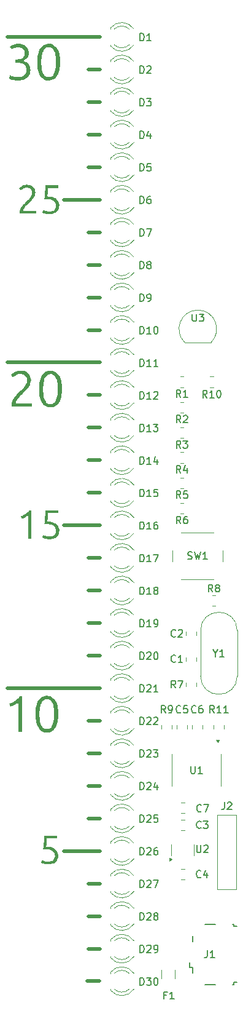
<source format=gbr>
%TF.GenerationSoftware,KiCad,Pcbnew,8.0.7*%
%TF.CreationDate,2025-01-01T13:33:22+01:00*%
%TF.ProjectId,termometer_kombo,7465726d-6f6d-4657-9465-725f6b6f6d62,rev?*%
%TF.SameCoordinates,Original*%
%TF.FileFunction,Legend,Top*%
%TF.FilePolarity,Positive*%
%FSLAX46Y46*%
G04 Gerber Fmt 4.6, Leading zero omitted, Abs format (unit mm)*
G04 Created by KiCad (PCBNEW 8.0.7) date 2025-01-01 13:33:22*
%MOMM*%
%LPD*%
G01*
G04 APERTURE LIST*
%ADD10C,0.500000*%
%ADD11C,0.150000*%
%ADD12C,0.120000*%
G04 APERTURE END LIST*
D10*
X98500000Y-78310338D02*
X96875000Y-78310338D01*
X98500000Y-141068950D02*
X93500000Y-141068950D01*
X98500000Y-127620676D02*
X96875000Y-127620676D01*
X98500000Y-114172402D02*
X96875000Y-114172402D01*
X98500000Y-51413800D02*
X93500000Y-51413800D01*
X98500000Y-42448274D02*
X96875000Y-42448274D01*
X98500000Y-64862064D02*
X96875000Y-64862064D01*
X98500000Y-132103434D02*
X96875000Y-132103434D01*
X98500000Y-82793096D02*
X96875000Y-82793096D01*
X98500000Y-123137918D02*
X96875000Y-123137918D01*
X98500000Y-60379306D02*
X96875000Y-60379306D01*
X98500000Y-105206886D02*
X96875000Y-105206886D01*
X98375000Y-159000000D02*
X96750000Y-159000000D01*
X98500000Y-33482758D02*
X96875000Y-33482758D01*
X98500000Y-69344822D02*
X96875000Y-69344822D01*
X98500000Y-37965516D02*
X96875000Y-37965516D01*
X98500000Y-154517224D02*
X96875000Y-154517224D01*
X98500000Y-29000000D02*
X85750000Y-29000000D01*
X98500000Y-136586192D02*
X96875000Y-136586192D01*
X98500000Y-73827580D02*
X85750000Y-73827580D01*
X98500000Y-100724128D02*
X96875000Y-100724128D01*
X98500000Y-150034466D02*
X96875000Y-150034466D01*
X98500000Y-109689644D02*
X96875000Y-109689644D01*
X98500000Y-46931032D02*
X96875000Y-46931032D01*
X98500000Y-96250000D02*
X93500000Y-96250000D01*
X98500000Y-87275854D02*
X96875000Y-87275854D01*
X98500000Y-55896548D02*
X96875000Y-55896548D01*
X98500000Y-145551708D02*
X96875000Y-145551708D01*
X98500000Y-91758612D02*
X96875000Y-91758612D01*
X98500000Y-118655160D02*
X85750000Y-118655160D01*
G36*
X87124214Y-35005024D02*
G01*
X86876041Y-34995674D01*
X86630892Y-34964905D01*
X86584438Y-34956175D01*
X86346299Y-34900482D01*
X86171667Y-34845045D01*
X85942761Y-34750663D01*
X85933531Y-34746127D01*
X86066643Y-34284508D01*
X86304101Y-34384324D01*
X86448883Y-34434717D01*
X86699237Y-34495600D01*
X86942559Y-34522873D01*
X87137648Y-34528750D01*
X87389046Y-34517182D01*
X87649165Y-34472761D01*
X87831297Y-34410293D01*
X88049220Y-34276090D01*
X88211870Y-34084436D01*
X88219644Y-34070795D01*
X88311235Y-33829911D01*
X88341288Y-33586579D01*
X88341765Y-33549337D01*
X88318532Y-33299744D01*
X88231169Y-33056119D01*
X88145150Y-32933845D01*
X87950571Y-32762941D01*
X87727612Y-32650292D01*
X87631018Y-32618771D01*
X87384295Y-32562958D01*
X87120398Y-32532905D01*
X86934926Y-32527180D01*
X86829902Y-32527180D01*
X86829902Y-32099755D01*
X87026517Y-32099755D01*
X87272592Y-32081437D01*
X87522330Y-32026482D01*
X87754666Y-31924206D01*
X87946092Y-31763921D01*
X88069686Y-31551312D01*
X88115592Y-31310183D01*
X88118283Y-31225366D01*
X88090376Y-30970485D01*
X87991277Y-30749092D01*
X87813492Y-30574865D01*
X87659106Y-30493859D01*
X87414945Y-30428686D01*
X87208478Y-30413258D01*
X86956145Y-30428027D01*
X86713848Y-30482591D01*
X86627180Y-30518283D01*
X86407362Y-30634117D01*
X86270586Y-30721004D01*
X86053210Y-30315561D01*
X86271525Y-30188522D01*
X86503838Y-30077424D01*
X86745524Y-29996309D01*
X86999052Y-29954842D01*
X87229239Y-29944312D01*
X87494427Y-29957063D01*
X87755319Y-30001142D01*
X88001251Y-30085992D01*
X88041346Y-30105512D01*
X88254982Y-30242498D01*
X88435259Y-30429271D01*
X88510293Y-30546371D01*
X88609919Y-30787500D01*
X88656803Y-31034767D01*
X88664166Y-31189951D01*
X88638047Y-31453108D01*
X88559690Y-31685096D01*
X88443126Y-31868946D01*
X88260917Y-32052300D01*
X88044018Y-32192033D01*
X87880146Y-32260956D01*
X88116691Y-32345534D01*
X88340892Y-32468753D01*
X88369853Y-32488101D01*
X88555683Y-32646750D01*
X88709255Y-32847005D01*
X88747208Y-32911863D01*
X88842881Y-33147720D01*
X88887904Y-33400140D01*
X88894975Y-33562770D01*
X88876132Y-33809303D01*
X88811878Y-34062857D01*
X88702023Y-34297941D01*
X88546543Y-34507339D01*
X88343730Y-34683835D01*
X88118283Y-34815736D01*
X87881162Y-34907237D01*
X87642491Y-34963432D01*
X87377564Y-34995966D01*
X87124214Y-35005024D01*
G37*
G36*
X91689910Y-29967324D02*
G01*
X91935932Y-30036361D01*
X92158513Y-30151422D01*
X92357652Y-30312508D01*
X92533349Y-30519619D01*
X92586706Y-30598883D01*
X92706675Y-30817360D01*
X92806310Y-31063684D01*
X92885611Y-31337855D01*
X92934412Y-31577241D01*
X92970199Y-31834450D01*
X92992973Y-32109481D01*
X93002733Y-32402334D01*
X93003140Y-32478332D01*
X92996633Y-32773923D01*
X92977113Y-33051921D01*
X92944579Y-33312326D01*
X92899031Y-33555137D01*
X92823797Y-33833912D01*
X92728228Y-34085197D01*
X92612326Y-34308993D01*
X92586706Y-34350453D01*
X92418822Y-34572905D01*
X92227497Y-34749332D01*
X92012730Y-34879735D01*
X91774522Y-34964113D01*
X91512872Y-35002467D01*
X91420446Y-35005024D01*
X91152263Y-34981743D01*
X90906878Y-34911902D01*
X90684290Y-34795499D01*
X90570481Y-34710711D01*
X90384902Y-34523908D01*
X90241676Y-34322179D01*
X90118906Y-34086866D01*
X90028262Y-33853419D01*
X89954506Y-33595194D01*
X89905705Y-33354882D01*
X89870214Y-33097053D01*
X89848031Y-32821708D01*
X89839159Y-32528845D01*
X89838974Y-32478332D01*
X90399511Y-32478332D01*
X90405388Y-32746465D01*
X90423019Y-33004980D01*
X90452405Y-33253879D01*
X90493545Y-33493161D01*
X90556678Y-33742550D01*
X90650845Y-33985886D01*
X90783631Y-34212508D01*
X90811060Y-34249092D01*
X91002085Y-34423974D01*
X91238104Y-34518141D01*
X91420446Y-34536078D01*
X91669750Y-34502166D01*
X91895637Y-34387821D01*
X92033496Y-34249092D01*
X92170453Y-34030289D01*
X92268913Y-33794060D01*
X92336319Y-33551068D01*
X92348569Y-33493161D01*
X92394025Y-33223293D01*
X92421941Y-32973192D01*
X92438103Y-32713474D01*
X92442602Y-32478332D01*
X92436725Y-32206993D01*
X92419094Y-31946188D01*
X92389709Y-31695915D01*
X92348569Y-31456175D01*
X92285629Y-31206786D01*
X92192129Y-30963450D01*
X92060630Y-30736828D01*
X92033496Y-30700244D01*
X91843673Y-30525362D01*
X91605765Y-30431195D01*
X91420446Y-30413258D01*
X91174881Y-30447170D01*
X90950110Y-30561515D01*
X90811060Y-30700244D01*
X90672712Y-30919047D01*
X90573489Y-31155276D01*
X90505804Y-31398268D01*
X90493545Y-31456175D01*
X90448089Y-31726623D01*
X90420173Y-31978212D01*
X90404011Y-32240334D01*
X90399511Y-32478332D01*
X89838974Y-32478332D01*
X89843506Y-32228519D01*
X89860908Y-31945274D01*
X89891362Y-31680061D01*
X89934868Y-31432879D01*
X90002120Y-31167291D01*
X90024598Y-31095917D01*
X90113990Y-30862052D01*
X90236188Y-30626549D01*
X90379757Y-30424934D01*
X90566817Y-30238625D01*
X90778511Y-30096354D01*
X91012422Y-30000645D01*
X91268552Y-29951497D01*
X91420446Y-29944312D01*
X91689910Y-29967324D01*
G37*
G36*
X91338450Y-142904019D02*
G01*
X91139911Y-142896539D01*
X90943792Y-142871924D01*
X90906629Y-142864940D01*
X90715290Y-142820386D01*
X90573482Y-142776036D01*
X90392172Y-142702411D01*
X90381018Y-142696901D01*
X90481646Y-142332491D01*
X90673741Y-142407845D01*
X90792323Y-142447773D01*
X90993660Y-142496480D01*
X91201549Y-142519400D01*
X91332588Y-142523000D01*
X91544698Y-142512887D01*
X91741875Y-142478401D01*
X91901186Y-142419441D01*
X92066851Y-142305825D01*
X92186774Y-142148197D01*
X92192323Y-142137096D01*
X92257536Y-141947808D01*
X92279189Y-141753048D01*
X92279274Y-141739469D01*
X92259902Y-141532931D01*
X92195196Y-141335848D01*
X92141521Y-141241214D01*
X91995240Y-141088099D01*
X91816556Y-140983476D01*
X91654989Y-140921744D01*
X91461671Y-140872590D01*
X91262264Y-140841101D01*
X91034620Y-140820364D01*
X90817022Y-140811148D01*
X90660432Y-140809392D01*
X90684429Y-140604915D01*
X90705129Y-140410605D01*
X90717096Y-140286713D01*
X90735636Y-140077488D01*
X90751932Y-139877240D01*
X90756175Y-139821674D01*
X90770458Y-139614621D01*
X90782164Y-139409286D01*
X90783531Y-139382037D01*
X90793233Y-139175800D01*
X90800360Y-138967416D01*
X90801116Y-138939469D01*
X92587020Y-138939469D01*
X92587020Y-139302903D01*
X91159665Y-139302903D01*
X91148717Y-139500300D01*
X91145010Y-139566685D01*
X91132569Y-139767803D01*
X91122540Y-139893970D01*
X91105953Y-140090109D01*
X91094207Y-140216371D01*
X91075340Y-140411277D01*
X91069783Y-140462568D01*
X91276810Y-140473131D01*
X91515414Y-140500246D01*
X91731597Y-140542817D01*
X91925360Y-140600843D01*
X92128280Y-140690877D01*
X92298914Y-140803168D01*
X92324214Y-140824047D01*
X92479149Y-140982829D01*
X92596030Y-141163396D01*
X92674857Y-141365748D01*
X92715629Y-141589886D01*
X92721842Y-141727745D01*
X92707340Y-141928215D01*
X92657888Y-142135068D01*
X92573342Y-142327606D01*
X92452316Y-142498808D01*
X92293425Y-142642996D01*
X92116120Y-142750635D01*
X91930184Y-142824780D01*
X91718591Y-142874660D01*
X91508970Y-142898627D01*
X91338450Y-142904019D01*
G37*
G36*
X87436706Y-53320000D02*
G01*
X87433775Y-53264312D01*
X87430844Y-53168569D01*
X87446395Y-52954437D01*
X87493049Y-52752898D01*
X87570806Y-52563953D01*
X87590090Y-52527676D01*
X87697576Y-52351935D01*
X87819755Y-52184972D01*
X87956626Y-52026787D01*
X87985764Y-51996203D01*
X88131775Y-51846605D01*
X88275497Y-51703112D01*
X88416929Y-51565725D01*
X88444940Y-51538981D01*
X88593602Y-51395975D01*
X88739995Y-51247017D01*
X88788834Y-51195087D01*
X88920453Y-51036004D01*
X89025883Y-50868336D01*
X89037962Y-50845331D01*
X89106684Y-50661648D01*
X89133331Y-50458645D01*
X89133705Y-50430118D01*
X89113956Y-50216444D01*
X89046610Y-50029447D01*
X88931472Y-49892784D01*
X88750376Y-49787780D01*
X88552013Y-49738367D01*
X88422470Y-49730607D01*
X88220111Y-49746063D01*
X88021912Y-49800949D01*
X87840583Y-49889519D01*
X87741521Y-49957264D01*
X87592307Y-50084371D01*
X87582274Y-50094040D01*
X87364410Y-49808764D01*
X87510073Y-49678390D01*
X87568597Y-49632909D01*
X87741381Y-49523819D01*
X87929099Y-49439469D01*
X88131245Y-49382034D01*
X88338039Y-49357501D01*
X88422470Y-49355450D01*
X88628596Y-49365307D01*
X88843724Y-49401725D01*
X89031550Y-49464977D01*
X89212779Y-49570124D01*
X89290020Y-49635840D01*
X89417393Y-49788859D01*
X89508374Y-49968499D01*
X89562962Y-50174762D01*
X89580874Y-50377081D01*
X89581158Y-50407648D01*
X89565227Y-50602956D01*
X89511509Y-50804960D01*
X89446336Y-50948890D01*
X89344620Y-51117510D01*
X89223510Y-51280820D01*
X89096580Y-51424675D01*
X88960243Y-51566050D01*
X88819899Y-51706852D01*
X88675547Y-51847082D01*
X88646196Y-51875059D01*
X88501739Y-52018611D01*
X88358894Y-52166677D01*
X88293510Y-52236538D01*
X88162857Y-52387978D01*
X88045956Y-52548904D01*
X88010188Y-52605833D01*
X87928855Y-52784131D01*
X87901744Y-52955589D01*
X89710118Y-52955589D01*
X89710118Y-53320000D01*
X87436706Y-53320000D01*
G37*
G36*
X91496022Y-53404019D02*
G01*
X91297483Y-53396539D01*
X91101364Y-53371924D01*
X91064200Y-53364940D01*
X90872862Y-53320386D01*
X90731053Y-53276036D01*
X90549744Y-53202411D01*
X90538590Y-53196901D01*
X90639218Y-52832491D01*
X90831313Y-52907845D01*
X90949895Y-52947773D01*
X91151232Y-52996480D01*
X91359121Y-53019400D01*
X91490160Y-53023000D01*
X91702270Y-53012887D01*
X91899446Y-52978401D01*
X92058757Y-52919441D01*
X92224423Y-52805825D01*
X92344346Y-52648197D01*
X92349895Y-52637096D01*
X92415108Y-52447808D01*
X92436760Y-52253048D01*
X92436845Y-52239469D01*
X92417474Y-52032931D01*
X92352768Y-51835848D01*
X92299092Y-51741214D01*
X92152812Y-51588099D01*
X91974127Y-51483476D01*
X91812561Y-51421744D01*
X91619242Y-51372590D01*
X91419835Y-51341101D01*
X91192191Y-51320364D01*
X90974594Y-51311148D01*
X90818004Y-51309392D01*
X90842001Y-51104915D01*
X90862700Y-50910605D01*
X90874668Y-50786713D01*
X90893208Y-50577488D01*
X90909503Y-50377240D01*
X90913747Y-50321674D01*
X90928029Y-50114621D01*
X90939736Y-49909286D01*
X90941102Y-49882037D01*
X90950805Y-49675800D01*
X90957932Y-49467416D01*
X90958688Y-49439469D01*
X92744591Y-49439469D01*
X92744591Y-49802903D01*
X91317236Y-49802903D01*
X91306288Y-50000300D01*
X91302581Y-50066685D01*
X91290140Y-50267803D01*
X91280111Y-50393970D01*
X91263525Y-50590109D01*
X91251779Y-50716371D01*
X91232911Y-50911277D01*
X91227355Y-50962568D01*
X91434381Y-50973131D01*
X91672985Y-51000246D01*
X91889169Y-51042817D01*
X92082932Y-51100843D01*
X92285852Y-51190877D01*
X92456486Y-51303168D01*
X92481786Y-51324047D01*
X92636721Y-51482829D01*
X92753602Y-51663396D01*
X92832428Y-51865748D01*
X92873200Y-52089886D01*
X92879413Y-52227745D01*
X92864911Y-52428215D01*
X92815460Y-52635068D01*
X92730914Y-52827606D01*
X92609888Y-52998808D01*
X92450996Y-53142996D01*
X92273691Y-53250635D01*
X92087755Y-53324780D01*
X91876163Y-53374660D01*
X91666542Y-53398627D01*
X91496022Y-53404019D01*
G37*
G36*
X86295882Y-79900000D02*
G01*
X86292219Y-79830390D01*
X86288555Y-79710711D01*
X86307994Y-79443046D01*
X86366312Y-79191123D01*
X86463508Y-78954942D01*
X86487613Y-78909595D01*
X86621970Y-78689919D01*
X86774694Y-78481216D01*
X86945783Y-78283484D01*
X86982205Y-78245254D01*
X87164719Y-78058256D01*
X87344371Y-77878890D01*
X87521161Y-77707157D01*
X87556175Y-77673726D01*
X87742003Y-77494968D01*
X87924994Y-77308771D01*
X87986043Y-77243859D01*
X88150567Y-77045006D01*
X88282354Y-76835420D01*
X88297452Y-76806664D01*
X88383355Y-76577060D01*
X88416664Y-76323306D01*
X88417131Y-76287648D01*
X88392445Y-76020555D01*
X88308263Y-75786809D01*
X88164340Y-75615980D01*
X87937971Y-75484726D01*
X87690016Y-75422959D01*
X87528087Y-75413258D01*
X87275139Y-75432578D01*
X87027390Y-75501186D01*
X86800729Y-75611899D01*
X86676901Y-75696580D01*
X86490383Y-75855464D01*
X86477843Y-75867550D01*
X86205512Y-75510956D01*
X86387591Y-75347988D01*
X86460746Y-75291137D01*
X86676726Y-75154774D01*
X86911374Y-75049337D01*
X87164056Y-74977543D01*
X87422549Y-74946876D01*
X87528087Y-74944312D01*
X87785745Y-74956634D01*
X88054655Y-75002156D01*
X88289438Y-75081222D01*
X88515973Y-75212655D01*
X88612526Y-75294801D01*
X88771741Y-75486073D01*
X88885467Y-75710624D01*
X88953702Y-75968453D01*
X88976092Y-76221352D01*
X88976448Y-76259560D01*
X88956534Y-76503695D01*
X88889386Y-76756201D01*
X88807920Y-76936113D01*
X88680775Y-77146888D01*
X88529388Y-77351025D01*
X88370725Y-77530844D01*
X88200304Y-77707562D01*
X88024874Y-77883565D01*
X87844434Y-78058852D01*
X87807745Y-78093824D01*
X87627174Y-78273263D01*
X87448618Y-78458347D01*
X87366887Y-78545673D01*
X87203571Y-78734973D01*
X87057445Y-78936130D01*
X87012735Y-79007292D01*
X86911069Y-79230163D01*
X86877180Y-79444487D01*
X89137648Y-79444487D01*
X89137648Y-79900000D01*
X86295882Y-79900000D01*
G37*
G36*
X91939910Y-74967324D02*
G01*
X92185932Y-75036361D01*
X92408513Y-75151422D01*
X92607652Y-75312508D01*
X92783349Y-75519619D01*
X92836706Y-75598883D01*
X92956675Y-75817360D01*
X93056310Y-76063684D01*
X93135611Y-76337855D01*
X93184412Y-76577241D01*
X93220199Y-76834450D01*
X93242973Y-77109481D01*
X93252733Y-77402334D01*
X93253140Y-77478332D01*
X93246633Y-77773923D01*
X93227113Y-78051921D01*
X93194579Y-78312326D01*
X93149031Y-78555137D01*
X93073797Y-78833912D01*
X92978228Y-79085197D01*
X92862326Y-79308993D01*
X92836706Y-79350453D01*
X92668822Y-79572905D01*
X92477497Y-79749332D01*
X92262730Y-79879735D01*
X92024522Y-79964113D01*
X91762872Y-80002467D01*
X91670446Y-80005024D01*
X91402263Y-79981743D01*
X91156878Y-79911902D01*
X90934290Y-79795499D01*
X90820481Y-79710711D01*
X90634902Y-79523908D01*
X90491676Y-79322179D01*
X90368906Y-79086866D01*
X90278262Y-78853419D01*
X90204506Y-78595194D01*
X90155705Y-78354882D01*
X90120214Y-78097053D01*
X90098031Y-77821708D01*
X90089159Y-77528845D01*
X90088974Y-77478332D01*
X90649511Y-77478332D01*
X90655388Y-77746465D01*
X90673019Y-78004980D01*
X90702405Y-78253879D01*
X90743545Y-78493161D01*
X90806678Y-78742550D01*
X90900845Y-78985886D01*
X91033631Y-79212508D01*
X91061060Y-79249092D01*
X91252085Y-79423974D01*
X91488104Y-79518141D01*
X91670446Y-79536078D01*
X91919750Y-79502166D01*
X92145637Y-79387821D01*
X92283496Y-79249092D01*
X92420453Y-79030289D01*
X92518913Y-78794060D01*
X92586319Y-78551068D01*
X92598569Y-78493161D01*
X92644025Y-78223293D01*
X92671941Y-77973192D01*
X92688103Y-77713474D01*
X92692602Y-77478332D01*
X92686725Y-77206993D01*
X92669094Y-76946188D01*
X92639709Y-76695915D01*
X92598569Y-76456175D01*
X92535629Y-76206786D01*
X92442129Y-75963450D01*
X92310630Y-75736828D01*
X92283496Y-75700244D01*
X92093673Y-75525362D01*
X91855765Y-75431195D01*
X91670446Y-75413258D01*
X91424881Y-75447170D01*
X91200110Y-75561515D01*
X91061060Y-75700244D01*
X90922712Y-75919047D01*
X90823489Y-76155276D01*
X90755804Y-76398268D01*
X90743545Y-76456175D01*
X90698089Y-76726623D01*
X90670173Y-76978212D01*
X90654011Y-77240334D01*
X90649511Y-77478332D01*
X90088974Y-77478332D01*
X90093506Y-77228519D01*
X90110908Y-76945274D01*
X90141362Y-76680061D01*
X90184868Y-76432879D01*
X90252120Y-76167291D01*
X90274598Y-76095917D01*
X90363990Y-75862052D01*
X90486188Y-75626549D01*
X90629757Y-75424934D01*
X90816817Y-75238625D01*
X91028511Y-75096354D01*
X91262422Y-75000645D01*
X91518552Y-74951497D01*
X91670446Y-74944312D01*
X91939910Y-74967324D01*
G37*
G36*
X88590509Y-98070000D02*
G01*
X88590509Y-94804961D01*
X88435354Y-94937585D01*
X88366782Y-94984724D01*
X88194053Y-95088863D01*
X88047313Y-95166441D01*
X87862543Y-95250002D01*
X87699511Y-95309078D01*
X87576413Y-94984724D01*
X87760356Y-94912974D01*
X87952774Y-94820925D01*
X88132597Y-94715900D01*
X88184089Y-94681863D01*
X88352502Y-94554437D01*
X88501790Y-94419197D01*
X88648913Y-94264482D01*
X88713607Y-94189469D01*
X89010607Y-94189469D01*
X89010607Y-98070000D01*
X88590509Y-98070000D01*
G37*
G36*
X91496022Y-98154019D02*
G01*
X91297483Y-98146539D01*
X91101364Y-98121924D01*
X91064200Y-98114940D01*
X90872862Y-98070386D01*
X90731053Y-98026036D01*
X90549744Y-97952411D01*
X90538590Y-97946901D01*
X90639218Y-97582491D01*
X90831313Y-97657845D01*
X90949895Y-97697773D01*
X91151232Y-97746480D01*
X91359121Y-97769400D01*
X91490160Y-97773000D01*
X91702270Y-97762887D01*
X91899446Y-97728401D01*
X92058757Y-97669441D01*
X92224423Y-97555825D01*
X92344346Y-97398197D01*
X92349895Y-97387096D01*
X92415108Y-97197808D01*
X92436760Y-97003048D01*
X92436845Y-96989469D01*
X92417474Y-96782931D01*
X92352768Y-96585848D01*
X92299092Y-96491214D01*
X92152812Y-96338099D01*
X91974127Y-96233476D01*
X91812561Y-96171744D01*
X91619242Y-96122590D01*
X91419835Y-96091101D01*
X91192191Y-96070364D01*
X90974594Y-96061148D01*
X90818004Y-96059392D01*
X90842001Y-95854915D01*
X90862700Y-95660605D01*
X90874668Y-95536713D01*
X90893208Y-95327488D01*
X90909503Y-95127240D01*
X90913747Y-95071674D01*
X90928029Y-94864621D01*
X90939736Y-94659286D01*
X90941102Y-94632037D01*
X90950805Y-94425800D01*
X90957932Y-94217416D01*
X90958688Y-94189469D01*
X92744591Y-94189469D01*
X92744591Y-94552903D01*
X91317236Y-94552903D01*
X91306288Y-94750300D01*
X91302581Y-94816685D01*
X91290140Y-95017803D01*
X91280111Y-95143970D01*
X91263525Y-95340109D01*
X91251779Y-95466371D01*
X91232911Y-95661277D01*
X91227355Y-95712568D01*
X91434381Y-95723131D01*
X91672985Y-95750246D01*
X91889169Y-95792817D01*
X92082932Y-95850843D01*
X92285852Y-95940877D01*
X92456486Y-96053168D01*
X92481786Y-96074047D01*
X92636721Y-96232829D01*
X92753602Y-96413396D01*
X92832428Y-96615748D01*
X92873200Y-96839886D01*
X92879413Y-96977745D01*
X92864911Y-97178215D01*
X92815460Y-97385068D01*
X92730914Y-97577606D01*
X92609888Y-97748808D01*
X92450996Y-97892996D01*
X92273691Y-98000635D01*
X92087755Y-98074780D01*
X91876163Y-98124660D01*
X91666542Y-98148627D01*
X91496022Y-98154019D01*
G37*
G36*
X87238136Y-124650000D02*
G01*
X87238136Y-120568702D01*
X87044192Y-120734481D01*
X86958478Y-120793405D01*
X86742567Y-120923579D01*
X86559141Y-121020551D01*
X86328179Y-121125003D01*
X86124389Y-121198848D01*
X85970516Y-120793405D01*
X86200445Y-120703717D01*
X86440967Y-120588656D01*
X86665747Y-120457375D01*
X86730111Y-120414829D01*
X86940627Y-120255546D01*
X87127237Y-120086496D01*
X87311142Y-119893103D01*
X87392009Y-119799337D01*
X87763258Y-119799337D01*
X87763258Y-124650000D01*
X87238136Y-124650000D01*
G37*
G36*
X91439910Y-119717324D02*
G01*
X91685932Y-119786361D01*
X91908513Y-119901422D01*
X92107652Y-120062508D01*
X92283349Y-120269619D01*
X92336706Y-120348883D01*
X92456675Y-120567360D01*
X92556310Y-120813684D01*
X92635611Y-121087855D01*
X92684412Y-121327241D01*
X92720199Y-121584450D01*
X92742973Y-121859481D01*
X92752733Y-122152334D01*
X92753140Y-122228332D01*
X92746633Y-122523923D01*
X92727113Y-122801921D01*
X92694579Y-123062326D01*
X92649031Y-123305137D01*
X92573797Y-123583912D01*
X92478228Y-123835197D01*
X92362326Y-124058993D01*
X92336706Y-124100453D01*
X92168822Y-124322905D01*
X91977497Y-124499332D01*
X91762730Y-124629735D01*
X91524522Y-124714113D01*
X91262872Y-124752467D01*
X91170446Y-124755024D01*
X90902263Y-124731743D01*
X90656878Y-124661902D01*
X90434290Y-124545499D01*
X90320481Y-124460711D01*
X90134902Y-124273908D01*
X89991676Y-124072179D01*
X89868906Y-123836866D01*
X89778262Y-123603419D01*
X89704506Y-123345194D01*
X89655705Y-123104882D01*
X89620214Y-122847053D01*
X89598031Y-122571708D01*
X89589159Y-122278845D01*
X89588974Y-122228332D01*
X90149511Y-122228332D01*
X90155388Y-122496465D01*
X90173019Y-122754980D01*
X90202405Y-123003879D01*
X90243545Y-123243161D01*
X90306678Y-123492550D01*
X90400845Y-123735886D01*
X90533631Y-123962508D01*
X90561060Y-123999092D01*
X90752085Y-124173974D01*
X90988104Y-124268141D01*
X91170446Y-124286078D01*
X91419750Y-124252166D01*
X91645637Y-124137821D01*
X91783496Y-123999092D01*
X91920453Y-123780289D01*
X92018913Y-123544060D01*
X92086319Y-123301068D01*
X92098569Y-123243161D01*
X92144025Y-122973293D01*
X92171941Y-122723192D01*
X92188103Y-122463474D01*
X92192602Y-122228332D01*
X92186725Y-121956993D01*
X92169094Y-121696188D01*
X92139709Y-121445915D01*
X92098569Y-121206175D01*
X92035629Y-120956786D01*
X91942129Y-120713450D01*
X91810630Y-120486828D01*
X91783496Y-120450244D01*
X91593673Y-120275362D01*
X91355765Y-120181195D01*
X91170446Y-120163258D01*
X90924881Y-120197170D01*
X90700110Y-120311515D01*
X90561060Y-120450244D01*
X90422712Y-120669047D01*
X90323489Y-120905276D01*
X90255804Y-121148268D01*
X90243545Y-121206175D01*
X90198089Y-121476623D01*
X90170173Y-121728212D01*
X90154011Y-121990334D01*
X90149511Y-122228332D01*
X89588974Y-122228332D01*
X89593506Y-121978519D01*
X89610908Y-121695274D01*
X89641362Y-121430061D01*
X89684868Y-121182879D01*
X89752120Y-120917291D01*
X89774598Y-120845917D01*
X89863990Y-120612052D01*
X89986188Y-120376549D01*
X90129757Y-120174934D01*
X90316817Y-119988625D01*
X90528511Y-119846354D01*
X90762422Y-119750645D01*
X91018552Y-119701497D01*
X91170446Y-119694312D01*
X91439910Y-119717324D01*
G37*
D11*
X109633333Y-92504819D02*
X109300000Y-92028628D01*
X109061905Y-92504819D02*
X109061905Y-91504819D01*
X109061905Y-91504819D02*
X109442857Y-91504819D01*
X109442857Y-91504819D02*
X109538095Y-91552438D01*
X109538095Y-91552438D02*
X109585714Y-91600057D01*
X109585714Y-91600057D02*
X109633333Y-91695295D01*
X109633333Y-91695295D02*
X109633333Y-91838152D01*
X109633333Y-91838152D02*
X109585714Y-91933390D01*
X109585714Y-91933390D02*
X109538095Y-91981009D01*
X109538095Y-91981009D02*
X109442857Y-92028628D01*
X109442857Y-92028628D02*
X109061905Y-92028628D01*
X110538095Y-91504819D02*
X110061905Y-91504819D01*
X110061905Y-91504819D02*
X110014286Y-91981009D01*
X110014286Y-91981009D02*
X110061905Y-91933390D01*
X110061905Y-91933390D02*
X110157143Y-91885771D01*
X110157143Y-91885771D02*
X110395238Y-91885771D01*
X110395238Y-91885771D02*
X110490476Y-91933390D01*
X110490476Y-91933390D02*
X110538095Y-91981009D01*
X110538095Y-91981009D02*
X110585714Y-92076247D01*
X110585714Y-92076247D02*
X110585714Y-92314342D01*
X110585714Y-92314342D02*
X110538095Y-92409580D01*
X110538095Y-92409580D02*
X110490476Y-92457200D01*
X110490476Y-92457200D02*
X110395238Y-92504819D01*
X110395238Y-92504819D02*
X110157143Y-92504819D01*
X110157143Y-92504819D02*
X110061905Y-92457200D01*
X110061905Y-92457200D02*
X110014286Y-92409580D01*
X104015714Y-141593719D02*
X104015714Y-140593719D01*
X104015714Y-140593719D02*
X104253809Y-140593719D01*
X104253809Y-140593719D02*
X104396666Y-140641338D01*
X104396666Y-140641338D02*
X104491904Y-140736576D01*
X104491904Y-140736576D02*
X104539523Y-140831814D01*
X104539523Y-140831814D02*
X104587142Y-141022290D01*
X104587142Y-141022290D02*
X104587142Y-141165147D01*
X104587142Y-141165147D02*
X104539523Y-141355623D01*
X104539523Y-141355623D02*
X104491904Y-141450861D01*
X104491904Y-141450861D02*
X104396666Y-141546100D01*
X104396666Y-141546100D02*
X104253809Y-141593719D01*
X104253809Y-141593719D02*
X104015714Y-141593719D01*
X104968095Y-140688957D02*
X105015714Y-140641338D01*
X105015714Y-140641338D02*
X105110952Y-140593719D01*
X105110952Y-140593719D02*
X105349047Y-140593719D01*
X105349047Y-140593719D02*
X105444285Y-140641338D01*
X105444285Y-140641338D02*
X105491904Y-140688957D01*
X105491904Y-140688957D02*
X105539523Y-140784195D01*
X105539523Y-140784195D02*
X105539523Y-140879433D01*
X105539523Y-140879433D02*
X105491904Y-141022290D01*
X105491904Y-141022290D02*
X104920476Y-141593719D01*
X104920476Y-141593719D02*
X105539523Y-141593719D01*
X106396666Y-140593719D02*
X106206190Y-140593719D01*
X106206190Y-140593719D02*
X106110952Y-140641338D01*
X106110952Y-140641338D02*
X106063333Y-140688957D01*
X106063333Y-140688957D02*
X105968095Y-140831814D01*
X105968095Y-140831814D02*
X105920476Y-141022290D01*
X105920476Y-141022290D02*
X105920476Y-141403242D01*
X105920476Y-141403242D02*
X105968095Y-141498480D01*
X105968095Y-141498480D02*
X106015714Y-141546100D01*
X106015714Y-141546100D02*
X106110952Y-141593719D01*
X106110952Y-141593719D02*
X106301428Y-141593719D01*
X106301428Y-141593719D02*
X106396666Y-141546100D01*
X106396666Y-141546100D02*
X106444285Y-141498480D01*
X106444285Y-141498480D02*
X106491904Y-141403242D01*
X106491904Y-141403242D02*
X106491904Y-141165147D01*
X106491904Y-141165147D02*
X106444285Y-141069909D01*
X106444285Y-141069909D02*
X106396666Y-141022290D01*
X106396666Y-141022290D02*
X106301428Y-140974671D01*
X106301428Y-140974671D02*
X106110952Y-140974671D01*
X106110952Y-140974671D02*
X106015714Y-141022290D01*
X106015714Y-141022290D02*
X105968095Y-141069909D01*
X105968095Y-141069909D02*
X105920476Y-141165147D01*
X104015714Y-132628219D02*
X104015714Y-131628219D01*
X104015714Y-131628219D02*
X104253809Y-131628219D01*
X104253809Y-131628219D02*
X104396666Y-131675838D01*
X104396666Y-131675838D02*
X104491904Y-131771076D01*
X104491904Y-131771076D02*
X104539523Y-131866314D01*
X104539523Y-131866314D02*
X104587142Y-132056790D01*
X104587142Y-132056790D02*
X104587142Y-132199647D01*
X104587142Y-132199647D02*
X104539523Y-132390123D01*
X104539523Y-132390123D02*
X104491904Y-132485361D01*
X104491904Y-132485361D02*
X104396666Y-132580600D01*
X104396666Y-132580600D02*
X104253809Y-132628219D01*
X104253809Y-132628219D02*
X104015714Y-132628219D01*
X104968095Y-131723457D02*
X105015714Y-131675838D01*
X105015714Y-131675838D02*
X105110952Y-131628219D01*
X105110952Y-131628219D02*
X105349047Y-131628219D01*
X105349047Y-131628219D02*
X105444285Y-131675838D01*
X105444285Y-131675838D02*
X105491904Y-131723457D01*
X105491904Y-131723457D02*
X105539523Y-131818695D01*
X105539523Y-131818695D02*
X105539523Y-131913933D01*
X105539523Y-131913933D02*
X105491904Y-132056790D01*
X105491904Y-132056790D02*
X104920476Y-132628219D01*
X104920476Y-132628219D02*
X105539523Y-132628219D01*
X106396666Y-131961552D02*
X106396666Y-132628219D01*
X106158571Y-131580600D02*
X105920476Y-132294885D01*
X105920476Y-132294885D02*
X106539523Y-132294885D01*
X104015714Y-29524819D02*
X104015714Y-28524819D01*
X104015714Y-28524819D02*
X104253809Y-28524819D01*
X104253809Y-28524819D02*
X104396666Y-28572438D01*
X104396666Y-28572438D02*
X104491904Y-28667676D01*
X104491904Y-28667676D02*
X104539523Y-28762914D01*
X104539523Y-28762914D02*
X104587142Y-28953390D01*
X104587142Y-28953390D02*
X104587142Y-29096247D01*
X104587142Y-29096247D02*
X104539523Y-29286723D01*
X104539523Y-29286723D02*
X104491904Y-29381961D01*
X104491904Y-29381961D02*
X104396666Y-29477200D01*
X104396666Y-29477200D02*
X104253809Y-29524819D01*
X104253809Y-29524819D02*
X104015714Y-29524819D01*
X105539523Y-29524819D02*
X104968095Y-29524819D01*
X105253809Y-29524819D02*
X105253809Y-28524819D01*
X105253809Y-28524819D02*
X105158571Y-28667676D01*
X105158571Y-28667676D02*
X105063333Y-28762914D01*
X105063333Y-28762914D02*
X104968095Y-28810533D01*
X104015714Y-110214419D02*
X104015714Y-109214419D01*
X104015714Y-109214419D02*
X104253809Y-109214419D01*
X104253809Y-109214419D02*
X104396666Y-109262038D01*
X104396666Y-109262038D02*
X104491904Y-109357276D01*
X104491904Y-109357276D02*
X104539523Y-109452514D01*
X104539523Y-109452514D02*
X104587142Y-109642990D01*
X104587142Y-109642990D02*
X104587142Y-109785847D01*
X104587142Y-109785847D02*
X104539523Y-109976323D01*
X104539523Y-109976323D02*
X104491904Y-110071561D01*
X104491904Y-110071561D02*
X104396666Y-110166800D01*
X104396666Y-110166800D02*
X104253809Y-110214419D01*
X104253809Y-110214419D02*
X104015714Y-110214419D01*
X105539523Y-110214419D02*
X104968095Y-110214419D01*
X105253809Y-110214419D02*
X105253809Y-109214419D01*
X105253809Y-109214419D02*
X105158571Y-109357276D01*
X105158571Y-109357276D02*
X105063333Y-109452514D01*
X105063333Y-109452514D02*
X104968095Y-109500133D01*
X106015714Y-110214419D02*
X106206190Y-110214419D01*
X106206190Y-110214419D02*
X106301428Y-110166800D01*
X106301428Y-110166800D02*
X106349047Y-110119180D01*
X106349047Y-110119180D02*
X106444285Y-109976323D01*
X106444285Y-109976323D02*
X106491904Y-109785847D01*
X106491904Y-109785847D02*
X106491904Y-109404895D01*
X106491904Y-109404895D02*
X106444285Y-109309657D01*
X106444285Y-109309657D02*
X106396666Y-109262038D01*
X106396666Y-109262038D02*
X106301428Y-109214419D01*
X106301428Y-109214419D02*
X106110952Y-109214419D01*
X106110952Y-109214419D02*
X106015714Y-109262038D01*
X106015714Y-109262038D02*
X105968095Y-109309657D01*
X105968095Y-109309657D02*
X105920476Y-109404895D01*
X105920476Y-109404895D02*
X105920476Y-109642990D01*
X105920476Y-109642990D02*
X105968095Y-109738228D01*
X105968095Y-109738228D02*
X106015714Y-109785847D01*
X106015714Y-109785847D02*
X106110952Y-109833466D01*
X106110952Y-109833466D02*
X106301428Y-109833466D01*
X106301428Y-109833466D02*
X106396666Y-109785847D01*
X106396666Y-109785847D02*
X106444285Y-109738228D01*
X106444285Y-109738228D02*
X106491904Y-109642990D01*
X109633333Y-78604819D02*
X109300000Y-78128628D01*
X109061905Y-78604819D02*
X109061905Y-77604819D01*
X109061905Y-77604819D02*
X109442857Y-77604819D01*
X109442857Y-77604819D02*
X109538095Y-77652438D01*
X109538095Y-77652438D02*
X109585714Y-77700057D01*
X109585714Y-77700057D02*
X109633333Y-77795295D01*
X109633333Y-77795295D02*
X109633333Y-77938152D01*
X109633333Y-77938152D02*
X109585714Y-78033390D01*
X109585714Y-78033390D02*
X109538095Y-78081009D01*
X109538095Y-78081009D02*
X109442857Y-78128628D01*
X109442857Y-78128628D02*
X109061905Y-78128628D01*
X110585714Y-78604819D02*
X110014286Y-78604819D01*
X110300000Y-78604819D02*
X110300000Y-77604819D01*
X110300000Y-77604819D02*
X110204762Y-77747676D01*
X110204762Y-77747676D02*
X110109524Y-77842914D01*
X110109524Y-77842914D02*
X110014286Y-77890533D01*
X104015714Y-56421319D02*
X104015714Y-55421319D01*
X104015714Y-55421319D02*
X104253809Y-55421319D01*
X104253809Y-55421319D02*
X104396666Y-55468938D01*
X104396666Y-55468938D02*
X104491904Y-55564176D01*
X104491904Y-55564176D02*
X104539523Y-55659414D01*
X104539523Y-55659414D02*
X104587142Y-55849890D01*
X104587142Y-55849890D02*
X104587142Y-55992747D01*
X104587142Y-55992747D02*
X104539523Y-56183223D01*
X104539523Y-56183223D02*
X104491904Y-56278461D01*
X104491904Y-56278461D02*
X104396666Y-56373700D01*
X104396666Y-56373700D02*
X104253809Y-56421319D01*
X104253809Y-56421319D02*
X104015714Y-56421319D01*
X104920476Y-55421319D02*
X105587142Y-55421319D01*
X105587142Y-55421319D02*
X105158571Y-56421319D01*
X104015714Y-146076519D02*
X104015714Y-145076519D01*
X104015714Y-145076519D02*
X104253809Y-145076519D01*
X104253809Y-145076519D02*
X104396666Y-145124138D01*
X104396666Y-145124138D02*
X104491904Y-145219376D01*
X104491904Y-145219376D02*
X104539523Y-145314614D01*
X104539523Y-145314614D02*
X104587142Y-145505090D01*
X104587142Y-145505090D02*
X104587142Y-145647947D01*
X104587142Y-145647947D02*
X104539523Y-145838423D01*
X104539523Y-145838423D02*
X104491904Y-145933661D01*
X104491904Y-145933661D02*
X104396666Y-146028900D01*
X104396666Y-146028900D02*
X104253809Y-146076519D01*
X104253809Y-146076519D02*
X104015714Y-146076519D01*
X104968095Y-145171757D02*
X105015714Y-145124138D01*
X105015714Y-145124138D02*
X105110952Y-145076519D01*
X105110952Y-145076519D02*
X105349047Y-145076519D01*
X105349047Y-145076519D02*
X105444285Y-145124138D01*
X105444285Y-145124138D02*
X105491904Y-145171757D01*
X105491904Y-145171757D02*
X105539523Y-145266995D01*
X105539523Y-145266995D02*
X105539523Y-145362233D01*
X105539523Y-145362233D02*
X105491904Y-145505090D01*
X105491904Y-145505090D02*
X104920476Y-146076519D01*
X104920476Y-146076519D02*
X105539523Y-146076519D01*
X105872857Y-145076519D02*
X106539523Y-145076519D01*
X106539523Y-145076519D02*
X106110952Y-146076519D01*
X104015714Y-74352419D02*
X104015714Y-73352419D01*
X104015714Y-73352419D02*
X104253809Y-73352419D01*
X104253809Y-73352419D02*
X104396666Y-73400038D01*
X104396666Y-73400038D02*
X104491904Y-73495276D01*
X104491904Y-73495276D02*
X104539523Y-73590514D01*
X104539523Y-73590514D02*
X104587142Y-73780990D01*
X104587142Y-73780990D02*
X104587142Y-73923847D01*
X104587142Y-73923847D02*
X104539523Y-74114323D01*
X104539523Y-74114323D02*
X104491904Y-74209561D01*
X104491904Y-74209561D02*
X104396666Y-74304800D01*
X104396666Y-74304800D02*
X104253809Y-74352419D01*
X104253809Y-74352419D02*
X104015714Y-74352419D01*
X105539523Y-74352419D02*
X104968095Y-74352419D01*
X105253809Y-74352419D02*
X105253809Y-73352419D01*
X105253809Y-73352419D02*
X105158571Y-73495276D01*
X105158571Y-73495276D02*
X105063333Y-73590514D01*
X105063333Y-73590514D02*
X104968095Y-73638133D01*
X106491904Y-74352419D02*
X105920476Y-74352419D01*
X106206190Y-74352419D02*
X106206190Y-73352419D01*
X106206190Y-73352419D02*
X106110952Y-73495276D01*
X106110952Y-73495276D02*
X106015714Y-73590514D01*
X106015714Y-73590514D02*
X105920476Y-73638133D01*
X104015714Y-34007619D02*
X104015714Y-33007619D01*
X104015714Y-33007619D02*
X104253809Y-33007619D01*
X104253809Y-33007619D02*
X104396666Y-33055238D01*
X104396666Y-33055238D02*
X104491904Y-33150476D01*
X104491904Y-33150476D02*
X104539523Y-33245714D01*
X104539523Y-33245714D02*
X104587142Y-33436190D01*
X104587142Y-33436190D02*
X104587142Y-33579047D01*
X104587142Y-33579047D02*
X104539523Y-33769523D01*
X104539523Y-33769523D02*
X104491904Y-33864761D01*
X104491904Y-33864761D02*
X104396666Y-33960000D01*
X104396666Y-33960000D02*
X104253809Y-34007619D01*
X104253809Y-34007619D02*
X104015714Y-34007619D01*
X104968095Y-33102857D02*
X105015714Y-33055238D01*
X105015714Y-33055238D02*
X105110952Y-33007619D01*
X105110952Y-33007619D02*
X105349047Y-33007619D01*
X105349047Y-33007619D02*
X105444285Y-33055238D01*
X105444285Y-33055238D02*
X105491904Y-33102857D01*
X105491904Y-33102857D02*
X105539523Y-33198095D01*
X105539523Y-33198095D02*
X105539523Y-33293333D01*
X105539523Y-33293333D02*
X105491904Y-33436190D01*
X105491904Y-33436190D02*
X104920476Y-34007619D01*
X104920476Y-34007619D02*
X105539523Y-34007619D01*
X104015714Y-38490319D02*
X104015714Y-37490319D01*
X104015714Y-37490319D02*
X104253809Y-37490319D01*
X104253809Y-37490319D02*
X104396666Y-37537938D01*
X104396666Y-37537938D02*
X104491904Y-37633176D01*
X104491904Y-37633176D02*
X104539523Y-37728414D01*
X104539523Y-37728414D02*
X104587142Y-37918890D01*
X104587142Y-37918890D02*
X104587142Y-38061747D01*
X104587142Y-38061747D02*
X104539523Y-38252223D01*
X104539523Y-38252223D02*
X104491904Y-38347461D01*
X104491904Y-38347461D02*
X104396666Y-38442700D01*
X104396666Y-38442700D02*
X104253809Y-38490319D01*
X104253809Y-38490319D02*
X104015714Y-38490319D01*
X104920476Y-37490319D02*
X105539523Y-37490319D01*
X105539523Y-37490319D02*
X105206190Y-37871271D01*
X105206190Y-37871271D02*
X105349047Y-37871271D01*
X105349047Y-37871271D02*
X105444285Y-37918890D01*
X105444285Y-37918890D02*
X105491904Y-37966509D01*
X105491904Y-37966509D02*
X105539523Y-38061747D01*
X105539523Y-38061747D02*
X105539523Y-38299842D01*
X105539523Y-38299842D02*
X105491904Y-38395080D01*
X105491904Y-38395080D02*
X105444285Y-38442700D01*
X105444285Y-38442700D02*
X105349047Y-38490319D01*
X105349047Y-38490319D02*
X105063333Y-38490319D01*
X105063333Y-38490319D02*
X104968095Y-38442700D01*
X104968095Y-38442700D02*
X104920476Y-38395080D01*
X112458333Y-135597080D02*
X112410714Y-135644700D01*
X112410714Y-135644700D02*
X112267857Y-135692319D01*
X112267857Y-135692319D02*
X112172619Y-135692319D01*
X112172619Y-135692319D02*
X112029762Y-135644700D01*
X112029762Y-135644700D02*
X111934524Y-135549461D01*
X111934524Y-135549461D02*
X111886905Y-135454223D01*
X111886905Y-135454223D02*
X111839286Y-135263747D01*
X111839286Y-135263747D02*
X111839286Y-135120890D01*
X111839286Y-135120890D02*
X111886905Y-134930414D01*
X111886905Y-134930414D02*
X111934524Y-134835176D01*
X111934524Y-134835176D02*
X112029762Y-134739938D01*
X112029762Y-134739938D02*
X112172619Y-134692319D01*
X112172619Y-134692319D02*
X112267857Y-134692319D01*
X112267857Y-134692319D02*
X112410714Y-134739938D01*
X112410714Y-134739938D02*
X112458333Y-134787557D01*
X112791667Y-134692319D02*
X113458333Y-134692319D01*
X113458333Y-134692319D02*
X113029762Y-135692319D01*
X109633333Y-89004819D02*
X109300000Y-88528628D01*
X109061905Y-89004819D02*
X109061905Y-88004819D01*
X109061905Y-88004819D02*
X109442857Y-88004819D01*
X109442857Y-88004819D02*
X109538095Y-88052438D01*
X109538095Y-88052438D02*
X109585714Y-88100057D01*
X109585714Y-88100057D02*
X109633333Y-88195295D01*
X109633333Y-88195295D02*
X109633333Y-88338152D01*
X109633333Y-88338152D02*
X109585714Y-88433390D01*
X109585714Y-88433390D02*
X109538095Y-88481009D01*
X109538095Y-88481009D02*
X109442857Y-88528628D01*
X109442857Y-88528628D02*
X109061905Y-88528628D01*
X110490476Y-88338152D02*
X110490476Y-89004819D01*
X110252381Y-87957200D02*
X110014286Y-88671485D01*
X110014286Y-88671485D02*
X110633333Y-88671485D01*
X112433333Y-137859580D02*
X112385714Y-137907200D01*
X112385714Y-137907200D02*
X112242857Y-137954819D01*
X112242857Y-137954819D02*
X112147619Y-137954819D01*
X112147619Y-137954819D02*
X112004762Y-137907200D01*
X112004762Y-137907200D02*
X111909524Y-137811961D01*
X111909524Y-137811961D02*
X111861905Y-137716723D01*
X111861905Y-137716723D02*
X111814286Y-137526247D01*
X111814286Y-137526247D02*
X111814286Y-137383390D01*
X111814286Y-137383390D02*
X111861905Y-137192914D01*
X111861905Y-137192914D02*
X111909524Y-137097676D01*
X111909524Y-137097676D02*
X112004762Y-137002438D01*
X112004762Y-137002438D02*
X112147619Y-136954819D01*
X112147619Y-136954819D02*
X112242857Y-136954819D01*
X112242857Y-136954819D02*
X112385714Y-137002438D01*
X112385714Y-137002438D02*
X112433333Y-137050057D01*
X112766667Y-136954819D02*
X113385714Y-136954819D01*
X113385714Y-136954819D02*
X113052381Y-137335771D01*
X113052381Y-137335771D02*
X113195238Y-137335771D01*
X113195238Y-137335771D02*
X113290476Y-137383390D01*
X113290476Y-137383390D02*
X113338095Y-137431009D01*
X113338095Y-137431009D02*
X113385714Y-137526247D01*
X113385714Y-137526247D02*
X113385714Y-137764342D01*
X113385714Y-137764342D02*
X113338095Y-137859580D01*
X113338095Y-137859580D02*
X113290476Y-137907200D01*
X113290476Y-137907200D02*
X113195238Y-137954819D01*
X113195238Y-137954819D02*
X112909524Y-137954819D01*
X112909524Y-137954819D02*
X112814286Y-137907200D01*
X112814286Y-137907200D02*
X112766667Y-137859580D01*
X104015714Y-69869619D02*
X104015714Y-68869619D01*
X104015714Y-68869619D02*
X104253809Y-68869619D01*
X104253809Y-68869619D02*
X104396666Y-68917238D01*
X104396666Y-68917238D02*
X104491904Y-69012476D01*
X104491904Y-69012476D02*
X104539523Y-69107714D01*
X104539523Y-69107714D02*
X104587142Y-69298190D01*
X104587142Y-69298190D02*
X104587142Y-69441047D01*
X104587142Y-69441047D02*
X104539523Y-69631523D01*
X104539523Y-69631523D02*
X104491904Y-69726761D01*
X104491904Y-69726761D02*
X104396666Y-69822000D01*
X104396666Y-69822000D02*
X104253809Y-69869619D01*
X104253809Y-69869619D02*
X104015714Y-69869619D01*
X105539523Y-69869619D02*
X104968095Y-69869619D01*
X105253809Y-69869619D02*
X105253809Y-68869619D01*
X105253809Y-68869619D02*
X105158571Y-69012476D01*
X105158571Y-69012476D02*
X105063333Y-69107714D01*
X105063333Y-69107714D02*
X104968095Y-69155333D01*
X106158571Y-68869619D02*
X106253809Y-68869619D01*
X106253809Y-68869619D02*
X106349047Y-68917238D01*
X106349047Y-68917238D02*
X106396666Y-68964857D01*
X106396666Y-68964857D02*
X106444285Y-69060095D01*
X106444285Y-69060095D02*
X106491904Y-69250571D01*
X106491904Y-69250571D02*
X106491904Y-69488666D01*
X106491904Y-69488666D02*
X106444285Y-69679142D01*
X106444285Y-69679142D02*
X106396666Y-69774380D01*
X106396666Y-69774380D02*
X106349047Y-69822000D01*
X106349047Y-69822000D02*
X106253809Y-69869619D01*
X106253809Y-69869619D02*
X106158571Y-69869619D01*
X106158571Y-69869619D02*
X106063333Y-69822000D01*
X106063333Y-69822000D02*
X106015714Y-69774380D01*
X106015714Y-69774380D02*
X105968095Y-69679142D01*
X105968095Y-69679142D02*
X105920476Y-69488666D01*
X105920476Y-69488666D02*
X105920476Y-69250571D01*
X105920476Y-69250571D02*
X105968095Y-69060095D01*
X105968095Y-69060095D02*
X106015714Y-68964857D01*
X106015714Y-68964857D02*
X106063333Y-68917238D01*
X106063333Y-68917238D02*
X106158571Y-68869619D01*
X104015714Y-159524819D02*
X104015714Y-158524819D01*
X104015714Y-158524819D02*
X104253809Y-158524819D01*
X104253809Y-158524819D02*
X104396666Y-158572438D01*
X104396666Y-158572438D02*
X104491904Y-158667676D01*
X104491904Y-158667676D02*
X104539523Y-158762914D01*
X104539523Y-158762914D02*
X104587142Y-158953390D01*
X104587142Y-158953390D02*
X104587142Y-159096247D01*
X104587142Y-159096247D02*
X104539523Y-159286723D01*
X104539523Y-159286723D02*
X104491904Y-159381961D01*
X104491904Y-159381961D02*
X104396666Y-159477200D01*
X104396666Y-159477200D02*
X104253809Y-159524819D01*
X104253809Y-159524819D02*
X104015714Y-159524819D01*
X104920476Y-158524819D02*
X105539523Y-158524819D01*
X105539523Y-158524819D02*
X105206190Y-158905771D01*
X105206190Y-158905771D02*
X105349047Y-158905771D01*
X105349047Y-158905771D02*
X105444285Y-158953390D01*
X105444285Y-158953390D02*
X105491904Y-159001009D01*
X105491904Y-159001009D02*
X105539523Y-159096247D01*
X105539523Y-159096247D02*
X105539523Y-159334342D01*
X105539523Y-159334342D02*
X105491904Y-159429580D01*
X105491904Y-159429580D02*
X105444285Y-159477200D01*
X105444285Y-159477200D02*
X105349047Y-159524819D01*
X105349047Y-159524819D02*
X105063333Y-159524819D01*
X105063333Y-159524819D02*
X104968095Y-159477200D01*
X104968095Y-159477200D02*
X104920476Y-159429580D01*
X106158571Y-158524819D02*
X106253809Y-158524819D01*
X106253809Y-158524819D02*
X106349047Y-158572438D01*
X106349047Y-158572438D02*
X106396666Y-158620057D01*
X106396666Y-158620057D02*
X106444285Y-158715295D01*
X106444285Y-158715295D02*
X106491904Y-158905771D01*
X106491904Y-158905771D02*
X106491904Y-159143866D01*
X106491904Y-159143866D02*
X106444285Y-159334342D01*
X106444285Y-159334342D02*
X106396666Y-159429580D01*
X106396666Y-159429580D02*
X106349047Y-159477200D01*
X106349047Y-159477200D02*
X106253809Y-159524819D01*
X106253809Y-159524819D02*
X106158571Y-159524819D01*
X106158571Y-159524819D02*
X106063333Y-159477200D01*
X106063333Y-159477200D02*
X106015714Y-159429580D01*
X106015714Y-159429580D02*
X105968095Y-159334342D01*
X105968095Y-159334342D02*
X105920476Y-159143866D01*
X105920476Y-159143866D02*
X105920476Y-158905771D01*
X105920476Y-158905771D02*
X105968095Y-158715295D01*
X105968095Y-158715295D02*
X106015714Y-158620057D01*
X106015714Y-158620057D02*
X106063333Y-158572438D01*
X106063333Y-158572438D02*
X106158571Y-158524819D01*
X112408333Y-144647080D02*
X112360714Y-144694700D01*
X112360714Y-144694700D02*
X112217857Y-144742319D01*
X112217857Y-144742319D02*
X112122619Y-144742319D01*
X112122619Y-144742319D02*
X111979762Y-144694700D01*
X111979762Y-144694700D02*
X111884524Y-144599461D01*
X111884524Y-144599461D02*
X111836905Y-144504223D01*
X111836905Y-144504223D02*
X111789286Y-144313747D01*
X111789286Y-144313747D02*
X111789286Y-144170890D01*
X111789286Y-144170890D02*
X111836905Y-143980414D01*
X111836905Y-143980414D02*
X111884524Y-143885176D01*
X111884524Y-143885176D02*
X111979762Y-143789938D01*
X111979762Y-143789938D02*
X112122619Y-143742319D01*
X112122619Y-143742319D02*
X112217857Y-143742319D01*
X112217857Y-143742319D02*
X112360714Y-143789938D01*
X112360714Y-143789938D02*
X112408333Y-143837557D01*
X113265476Y-144075652D02*
X113265476Y-144742319D01*
X113027381Y-143694700D02*
X112789286Y-144408985D01*
X112789286Y-144408985D02*
X113408333Y-144408985D01*
X104015714Y-114697219D02*
X104015714Y-113697219D01*
X104015714Y-113697219D02*
X104253809Y-113697219D01*
X104253809Y-113697219D02*
X104396666Y-113744838D01*
X104396666Y-113744838D02*
X104491904Y-113840076D01*
X104491904Y-113840076D02*
X104539523Y-113935314D01*
X104539523Y-113935314D02*
X104587142Y-114125790D01*
X104587142Y-114125790D02*
X104587142Y-114268647D01*
X104587142Y-114268647D02*
X104539523Y-114459123D01*
X104539523Y-114459123D02*
X104491904Y-114554361D01*
X104491904Y-114554361D02*
X104396666Y-114649600D01*
X104396666Y-114649600D02*
X104253809Y-114697219D01*
X104253809Y-114697219D02*
X104015714Y-114697219D01*
X104968095Y-113792457D02*
X105015714Y-113744838D01*
X105015714Y-113744838D02*
X105110952Y-113697219D01*
X105110952Y-113697219D02*
X105349047Y-113697219D01*
X105349047Y-113697219D02*
X105444285Y-113744838D01*
X105444285Y-113744838D02*
X105491904Y-113792457D01*
X105491904Y-113792457D02*
X105539523Y-113887695D01*
X105539523Y-113887695D02*
X105539523Y-113982933D01*
X105539523Y-113982933D02*
X105491904Y-114125790D01*
X105491904Y-114125790D02*
X104920476Y-114697219D01*
X104920476Y-114697219D02*
X105539523Y-114697219D01*
X106158571Y-113697219D02*
X106253809Y-113697219D01*
X106253809Y-113697219D02*
X106349047Y-113744838D01*
X106349047Y-113744838D02*
X106396666Y-113792457D01*
X106396666Y-113792457D02*
X106444285Y-113887695D01*
X106444285Y-113887695D02*
X106491904Y-114078171D01*
X106491904Y-114078171D02*
X106491904Y-114316266D01*
X106491904Y-114316266D02*
X106444285Y-114506742D01*
X106444285Y-114506742D02*
X106396666Y-114601980D01*
X106396666Y-114601980D02*
X106349047Y-114649600D01*
X106349047Y-114649600D02*
X106253809Y-114697219D01*
X106253809Y-114697219D02*
X106158571Y-114697219D01*
X106158571Y-114697219D02*
X106063333Y-114649600D01*
X106063333Y-114649600D02*
X106015714Y-114601980D01*
X106015714Y-114601980D02*
X105968095Y-114506742D01*
X105968095Y-114506742D02*
X105920476Y-114316266D01*
X105920476Y-114316266D02*
X105920476Y-114078171D01*
X105920476Y-114078171D02*
X105968095Y-113887695D01*
X105968095Y-113887695D02*
X106015714Y-113792457D01*
X106015714Y-113792457D02*
X106063333Y-113744838D01*
X106063333Y-113744838D02*
X106158571Y-113697219D01*
X107666666Y-160931009D02*
X107333333Y-160931009D01*
X107333333Y-161454819D02*
X107333333Y-160454819D01*
X107333333Y-160454819D02*
X107809523Y-160454819D01*
X108714285Y-161454819D02*
X108142857Y-161454819D01*
X108428571Y-161454819D02*
X108428571Y-160454819D01*
X108428571Y-160454819D02*
X108333333Y-160597676D01*
X108333333Y-160597676D02*
X108238095Y-160692914D01*
X108238095Y-160692914D02*
X108142857Y-160740533D01*
X104015714Y-87800719D02*
X104015714Y-86800719D01*
X104015714Y-86800719D02*
X104253809Y-86800719D01*
X104253809Y-86800719D02*
X104396666Y-86848338D01*
X104396666Y-86848338D02*
X104491904Y-86943576D01*
X104491904Y-86943576D02*
X104539523Y-87038814D01*
X104539523Y-87038814D02*
X104587142Y-87229290D01*
X104587142Y-87229290D02*
X104587142Y-87372147D01*
X104587142Y-87372147D02*
X104539523Y-87562623D01*
X104539523Y-87562623D02*
X104491904Y-87657861D01*
X104491904Y-87657861D02*
X104396666Y-87753100D01*
X104396666Y-87753100D02*
X104253809Y-87800719D01*
X104253809Y-87800719D02*
X104015714Y-87800719D01*
X105539523Y-87800719D02*
X104968095Y-87800719D01*
X105253809Y-87800719D02*
X105253809Y-86800719D01*
X105253809Y-86800719D02*
X105158571Y-86943576D01*
X105158571Y-86943576D02*
X105063333Y-87038814D01*
X105063333Y-87038814D02*
X104968095Y-87086433D01*
X106396666Y-87134052D02*
X106396666Y-87800719D01*
X106158571Y-86753100D02*
X105920476Y-87467385D01*
X105920476Y-87467385D02*
X106539523Y-87467385D01*
X104015714Y-96766219D02*
X104015714Y-95766219D01*
X104015714Y-95766219D02*
X104253809Y-95766219D01*
X104253809Y-95766219D02*
X104396666Y-95813838D01*
X104396666Y-95813838D02*
X104491904Y-95909076D01*
X104491904Y-95909076D02*
X104539523Y-96004314D01*
X104539523Y-96004314D02*
X104587142Y-96194790D01*
X104587142Y-96194790D02*
X104587142Y-96337647D01*
X104587142Y-96337647D02*
X104539523Y-96528123D01*
X104539523Y-96528123D02*
X104491904Y-96623361D01*
X104491904Y-96623361D02*
X104396666Y-96718600D01*
X104396666Y-96718600D02*
X104253809Y-96766219D01*
X104253809Y-96766219D02*
X104015714Y-96766219D01*
X105539523Y-96766219D02*
X104968095Y-96766219D01*
X105253809Y-96766219D02*
X105253809Y-95766219D01*
X105253809Y-95766219D02*
X105158571Y-95909076D01*
X105158571Y-95909076D02*
X105063333Y-96004314D01*
X105063333Y-96004314D02*
X104968095Y-96051933D01*
X106396666Y-95766219D02*
X106206190Y-95766219D01*
X106206190Y-95766219D02*
X106110952Y-95813838D01*
X106110952Y-95813838D02*
X106063333Y-95861457D01*
X106063333Y-95861457D02*
X105968095Y-96004314D01*
X105968095Y-96004314D02*
X105920476Y-96194790D01*
X105920476Y-96194790D02*
X105920476Y-96575742D01*
X105920476Y-96575742D02*
X105968095Y-96670980D01*
X105968095Y-96670980D02*
X106015714Y-96718600D01*
X106015714Y-96718600D02*
X106110952Y-96766219D01*
X106110952Y-96766219D02*
X106301428Y-96766219D01*
X106301428Y-96766219D02*
X106396666Y-96718600D01*
X106396666Y-96718600D02*
X106444285Y-96670980D01*
X106444285Y-96670980D02*
X106491904Y-96575742D01*
X106491904Y-96575742D02*
X106491904Y-96337647D01*
X106491904Y-96337647D02*
X106444285Y-96242409D01*
X106444285Y-96242409D02*
X106396666Y-96194790D01*
X106396666Y-96194790D02*
X106301428Y-96147171D01*
X106301428Y-96147171D02*
X106110952Y-96147171D01*
X106110952Y-96147171D02*
X106015714Y-96194790D01*
X106015714Y-96194790D02*
X105968095Y-96242409D01*
X105968095Y-96242409D02*
X105920476Y-96337647D01*
X104015714Y-92283419D02*
X104015714Y-91283419D01*
X104015714Y-91283419D02*
X104253809Y-91283419D01*
X104253809Y-91283419D02*
X104396666Y-91331038D01*
X104396666Y-91331038D02*
X104491904Y-91426276D01*
X104491904Y-91426276D02*
X104539523Y-91521514D01*
X104539523Y-91521514D02*
X104587142Y-91711990D01*
X104587142Y-91711990D02*
X104587142Y-91854847D01*
X104587142Y-91854847D02*
X104539523Y-92045323D01*
X104539523Y-92045323D02*
X104491904Y-92140561D01*
X104491904Y-92140561D02*
X104396666Y-92235800D01*
X104396666Y-92235800D02*
X104253809Y-92283419D01*
X104253809Y-92283419D02*
X104015714Y-92283419D01*
X105539523Y-92283419D02*
X104968095Y-92283419D01*
X105253809Y-92283419D02*
X105253809Y-91283419D01*
X105253809Y-91283419D02*
X105158571Y-91426276D01*
X105158571Y-91426276D02*
X105063333Y-91521514D01*
X105063333Y-91521514D02*
X104968095Y-91569133D01*
X106444285Y-91283419D02*
X105968095Y-91283419D01*
X105968095Y-91283419D02*
X105920476Y-91759609D01*
X105920476Y-91759609D02*
X105968095Y-91711990D01*
X105968095Y-91711990D02*
X106063333Y-91664371D01*
X106063333Y-91664371D02*
X106301428Y-91664371D01*
X106301428Y-91664371D02*
X106396666Y-91711990D01*
X106396666Y-91711990D02*
X106444285Y-91759609D01*
X106444285Y-91759609D02*
X106491904Y-91854847D01*
X106491904Y-91854847D02*
X106491904Y-92092942D01*
X106491904Y-92092942D02*
X106444285Y-92188180D01*
X106444285Y-92188180D02*
X106396666Y-92235800D01*
X106396666Y-92235800D02*
X106301428Y-92283419D01*
X106301428Y-92283419D02*
X106063333Y-92283419D01*
X106063333Y-92283419D02*
X105968095Y-92235800D01*
X105968095Y-92235800D02*
X105920476Y-92188180D01*
X111733333Y-121959580D02*
X111685714Y-122007200D01*
X111685714Y-122007200D02*
X111542857Y-122054819D01*
X111542857Y-122054819D02*
X111447619Y-122054819D01*
X111447619Y-122054819D02*
X111304762Y-122007200D01*
X111304762Y-122007200D02*
X111209524Y-121911961D01*
X111209524Y-121911961D02*
X111161905Y-121816723D01*
X111161905Y-121816723D02*
X111114286Y-121626247D01*
X111114286Y-121626247D02*
X111114286Y-121483390D01*
X111114286Y-121483390D02*
X111161905Y-121292914D01*
X111161905Y-121292914D02*
X111209524Y-121197676D01*
X111209524Y-121197676D02*
X111304762Y-121102438D01*
X111304762Y-121102438D02*
X111447619Y-121054819D01*
X111447619Y-121054819D02*
X111542857Y-121054819D01*
X111542857Y-121054819D02*
X111685714Y-121102438D01*
X111685714Y-121102438D02*
X111733333Y-121150057D01*
X112590476Y-121054819D02*
X112400000Y-121054819D01*
X112400000Y-121054819D02*
X112304762Y-121102438D01*
X112304762Y-121102438D02*
X112257143Y-121150057D01*
X112257143Y-121150057D02*
X112161905Y-121292914D01*
X112161905Y-121292914D02*
X112114286Y-121483390D01*
X112114286Y-121483390D02*
X112114286Y-121864342D01*
X112114286Y-121864342D02*
X112161905Y-121959580D01*
X112161905Y-121959580D02*
X112209524Y-122007200D01*
X112209524Y-122007200D02*
X112304762Y-122054819D01*
X112304762Y-122054819D02*
X112495238Y-122054819D01*
X112495238Y-122054819D02*
X112590476Y-122007200D01*
X112590476Y-122007200D02*
X112638095Y-121959580D01*
X112638095Y-121959580D02*
X112685714Y-121864342D01*
X112685714Y-121864342D02*
X112685714Y-121626247D01*
X112685714Y-121626247D02*
X112638095Y-121531009D01*
X112638095Y-121531009D02*
X112590476Y-121483390D01*
X112590476Y-121483390D02*
X112495238Y-121435771D01*
X112495238Y-121435771D02*
X112304762Y-121435771D01*
X112304762Y-121435771D02*
X112209524Y-121483390D01*
X112209524Y-121483390D02*
X112161905Y-121531009D01*
X112161905Y-121531009D02*
X112114286Y-121626247D01*
X104015714Y-65386919D02*
X104015714Y-64386919D01*
X104015714Y-64386919D02*
X104253809Y-64386919D01*
X104253809Y-64386919D02*
X104396666Y-64434538D01*
X104396666Y-64434538D02*
X104491904Y-64529776D01*
X104491904Y-64529776D02*
X104539523Y-64625014D01*
X104539523Y-64625014D02*
X104587142Y-64815490D01*
X104587142Y-64815490D02*
X104587142Y-64958347D01*
X104587142Y-64958347D02*
X104539523Y-65148823D01*
X104539523Y-65148823D02*
X104491904Y-65244061D01*
X104491904Y-65244061D02*
X104396666Y-65339300D01*
X104396666Y-65339300D02*
X104253809Y-65386919D01*
X104253809Y-65386919D02*
X104015714Y-65386919D01*
X105063333Y-65386919D02*
X105253809Y-65386919D01*
X105253809Y-65386919D02*
X105349047Y-65339300D01*
X105349047Y-65339300D02*
X105396666Y-65291680D01*
X105396666Y-65291680D02*
X105491904Y-65148823D01*
X105491904Y-65148823D02*
X105539523Y-64958347D01*
X105539523Y-64958347D02*
X105539523Y-64577395D01*
X105539523Y-64577395D02*
X105491904Y-64482157D01*
X105491904Y-64482157D02*
X105444285Y-64434538D01*
X105444285Y-64434538D02*
X105349047Y-64386919D01*
X105349047Y-64386919D02*
X105158571Y-64386919D01*
X105158571Y-64386919D02*
X105063333Y-64434538D01*
X105063333Y-64434538D02*
X105015714Y-64482157D01*
X105015714Y-64482157D02*
X104968095Y-64577395D01*
X104968095Y-64577395D02*
X104968095Y-64815490D01*
X104968095Y-64815490D02*
X105015714Y-64910728D01*
X105015714Y-64910728D02*
X105063333Y-64958347D01*
X105063333Y-64958347D02*
X105158571Y-65005966D01*
X105158571Y-65005966D02*
X105349047Y-65005966D01*
X105349047Y-65005966D02*
X105444285Y-64958347D01*
X105444285Y-64958347D02*
X105491904Y-64910728D01*
X105491904Y-64910728D02*
X105539523Y-64815490D01*
X115666666Y-134354819D02*
X115666666Y-135069104D01*
X115666666Y-135069104D02*
X115619047Y-135211961D01*
X115619047Y-135211961D02*
X115523809Y-135307200D01*
X115523809Y-135307200D02*
X115380952Y-135354819D01*
X115380952Y-135354819D02*
X115285714Y-135354819D01*
X116095238Y-134450057D02*
X116142857Y-134402438D01*
X116142857Y-134402438D02*
X116238095Y-134354819D01*
X116238095Y-134354819D02*
X116476190Y-134354819D01*
X116476190Y-134354819D02*
X116571428Y-134402438D01*
X116571428Y-134402438D02*
X116619047Y-134450057D01*
X116619047Y-134450057D02*
X116666666Y-134545295D01*
X116666666Y-134545295D02*
X116666666Y-134640533D01*
X116666666Y-134640533D02*
X116619047Y-134783390D01*
X116619047Y-134783390D02*
X116047619Y-135354819D01*
X116047619Y-135354819D02*
X116666666Y-135354819D01*
X109633333Y-82104819D02*
X109300000Y-81628628D01*
X109061905Y-82104819D02*
X109061905Y-81104819D01*
X109061905Y-81104819D02*
X109442857Y-81104819D01*
X109442857Y-81104819D02*
X109538095Y-81152438D01*
X109538095Y-81152438D02*
X109585714Y-81200057D01*
X109585714Y-81200057D02*
X109633333Y-81295295D01*
X109633333Y-81295295D02*
X109633333Y-81438152D01*
X109633333Y-81438152D02*
X109585714Y-81533390D01*
X109585714Y-81533390D02*
X109538095Y-81581009D01*
X109538095Y-81581009D02*
X109442857Y-81628628D01*
X109442857Y-81628628D02*
X109061905Y-81628628D01*
X110014286Y-81200057D02*
X110061905Y-81152438D01*
X110061905Y-81152438D02*
X110157143Y-81104819D01*
X110157143Y-81104819D02*
X110395238Y-81104819D01*
X110395238Y-81104819D02*
X110490476Y-81152438D01*
X110490476Y-81152438D02*
X110538095Y-81200057D01*
X110538095Y-81200057D02*
X110585714Y-81295295D01*
X110585714Y-81295295D02*
X110585714Y-81390533D01*
X110585714Y-81390533D02*
X110538095Y-81533390D01*
X110538095Y-81533390D02*
X109966667Y-82104819D01*
X109966667Y-82104819D02*
X110585714Y-82104819D01*
X104015714Y-47455819D02*
X104015714Y-46455819D01*
X104015714Y-46455819D02*
X104253809Y-46455819D01*
X104253809Y-46455819D02*
X104396666Y-46503438D01*
X104396666Y-46503438D02*
X104491904Y-46598676D01*
X104491904Y-46598676D02*
X104539523Y-46693914D01*
X104539523Y-46693914D02*
X104587142Y-46884390D01*
X104587142Y-46884390D02*
X104587142Y-47027247D01*
X104587142Y-47027247D02*
X104539523Y-47217723D01*
X104539523Y-47217723D02*
X104491904Y-47312961D01*
X104491904Y-47312961D02*
X104396666Y-47408200D01*
X104396666Y-47408200D02*
X104253809Y-47455819D01*
X104253809Y-47455819D02*
X104015714Y-47455819D01*
X105491904Y-46455819D02*
X105015714Y-46455819D01*
X105015714Y-46455819D02*
X104968095Y-46932009D01*
X104968095Y-46932009D02*
X105015714Y-46884390D01*
X105015714Y-46884390D02*
X105110952Y-46836771D01*
X105110952Y-46836771D02*
X105349047Y-46836771D01*
X105349047Y-46836771D02*
X105444285Y-46884390D01*
X105444285Y-46884390D02*
X105491904Y-46932009D01*
X105491904Y-46932009D02*
X105539523Y-47027247D01*
X105539523Y-47027247D02*
X105539523Y-47265342D01*
X105539523Y-47265342D02*
X105491904Y-47360580D01*
X105491904Y-47360580D02*
X105444285Y-47408200D01*
X105444285Y-47408200D02*
X105349047Y-47455819D01*
X105349047Y-47455819D02*
X105110952Y-47455819D01*
X105110952Y-47455819D02*
X105015714Y-47408200D01*
X105015714Y-47408200D02*
X104968095Y-47360580D01*
X104015714Y-42973119D02*
X104015714Y-41973119D01*
X104015714Y-41973119D02*
X104253809Y-41973119D01*
X104253809Y-41973119D02*
X104396666Y-42020738D01*
X104396666Y-42020738D02*
X104491904Y-42115976D01*
X104491904Y-42115976D02*
X104539523Y-42211214D01*
X104539523Y-42211214D02*
X104587142Y-42401690D01*
X104587142Y-42401690D02*
X104587142Y-42544547D01*
X104587142Y-42544547D02*
X104539523Y-42735023D01*
X104539523Y-42735023D02*
X104491904Y-42830261D01*
X104491904Y-42830261D02*
X104396666Y-42925500D01*
X104396666Y-42925500D02*
X104253809Y-42973119D01*
X104253809Y-42973119D02*
X104015714Y-42973119D01*
X105444285Y-42306452D02*
X105444285Y-42973119D01*
X105206190Y-41925500D02*
X104968095Y-42639785D01*
X104968095Y-42639785D02*
X105587142Y-42639785D01*
X108933333Y-118604819D02*
X108600000Y-118128628D01*
X108361905Y-118604819D02*
X108361905Y-117604819D01*
X108361905Y-117604819D02*
X108742857Y-117604819D01*
X108742857Y-117604819D02*
X108838095Y-117652438D01*
X108838095Y-117652438D02*
X108885714Y-117700057D01*
X108885714Y-117700057D02*
X108933333Y-117795295D01*
X108933333Y-117795295D02*
X108933333Y-117938152D01*
X108933333Y-117938152D02*
X108885714Y-118033390D01*
X108885714Y-118033390D02*
X108838095Y-118081009D01*
X108838095Y-118081009D02*
X108742857Y-118128628D01*
X108742857Y-118128628D02*
X108361905Y-118128628D01*
X109266667Y-117604819D02*
X109933333Y-117604819D01*
X109933333Y-117604819D02*
X109504762Y-118604819D01*
X111038095Y-129404819D02*
X111038095Y-130214342D01*
X111038095Y-130214342D02*
X111085714Y-130309580D01*
X111085714Y-130309580D02*
X111133333Y-130357200D01*
X111133333Y-130357200D02*
X111228571Y-130404819D01*
X111228571Y-130404819D02*
X111419047Y-130404819D01*
X111419047Y-130404819D02*
X111514285Y-130357200D01*
X111514285Y-130357200D02*
X111561904Y-130309580D01*
X111561904Y-130309580D02*
X111609523Y-130214342D01*
X111609523Y-130214342D02*
X111609523Y-129404819D01*
X112609523Y-130404819D02*
X112038095Y-130404819D01*
X112323809Y-130404819D02*
X112323809Y-129404819D01*
X112323809Y-129404819D02*
X112228571Y-129547676D01*
X112228571Y-129547676D02*
X112133333Y-129642914D01*
X112133333Y-129642914D02*
X112038095Y-129690533D01*
X107533333Y-122054819D02*
X107200000Y-121578628D01*
X106961905Y-122054819D02*
X106961905Y-121054819D01*
X106961905Y-121054819D02*
X107342857Y-121054819D01*
X107342857Y-121054819D02*
X107438095Y-121102438D01*
X107438095Y-121102438D02*
X107485714Y-121150057D01*
X107485714Y-121150057D02*
X107533333Y-121245295D01*
X107533333Y-121245295D02*
X107533333Y-121388152D01*
X107533333Y-121388152D02*
X107485714Y-121483390D01*
X107485714Y-121483390D02*
X107438095Y-121531009D01*
X107438095Y-121531009D02*
X107342857Y-121578628D01*
X107342857Y-121578628D02*
X106961905Y-121578628D01*
X108009524Y-122054819D02*
X108200000Y-122054819D01*
X108200000Y-122054819D02*
X108295238Y-122007200D01*
X108295238Y-122007200D02*
X108342857Y-121959580D01*
X108342857Y-121959580D02*
X108438095Y-121816723D01*
X108438095Y-121816723D02*
X108485714Y-121626247D01*
X108485714Y-121626247D02*
X108485714Y-121245295D01*
X108485714Y-121245295D02*
X108438095Y-121150057D01*
X108438095Y-121150057D02*
X108390476Y-121102438D01*
X108390476Y-121102438D02*
X108295238Y-121054819D01*
X108295238Y-121054819D02*
X108104762Y-121054819D01*
X108104762Y-121054819D02*
X108009524Y-121102438D01*
X108009524Y-121102438D02*
X107961905Y-121150057D01*
X107961905Y-121150057D02*
X107914286Y-121245295D01*
X107914286Y-121245295D02*
X107914286Y-121483390D01*
X107914286Y-121483390D02*
X107961905Y-121578628D01*
X107961905Y-121578628D02*
X108009524Y-121626247D01*
X108009524Y-121626247D02*
X108104762Y-121673866D01*
X108104762Y-121673866D02*
X108295238Y-121673866D01*
X108295238Y-121673866D02*
X108390476Y-121626247D01*
X108390476Y-121626247D02*
X108438095Y-121578628D01*
X108438095Y-121578628D02*
X108485714Y-121483390D01*
X113257142Y-78654819D02*
X112923809Y-78178628D01*
X112685714Y-78654819D02*
X112685714Y-77654819D01*
X112685714Y-77654819D02*
X113066666Y-77654819D01*
X113066666Y-77654819D02*
X113161904Y-77702438D01*
X113161904Y-77702438D02*
X113209523Y-77750057D01*
X113209523Y-77750057D02*
X113257142Y-77845295D01*
X113257142Y-77845295D02*
X113257142Y-77988152D01*
X113257142Y-77988152D02*
X113209523Y-78083390D01*
X113209523Y-78083390D02*
X113161904Y-78131009D01*
X113161904Y-78131009D02*
X113066666Y-78178628D01*
X113066666Y-78178628D02*
X112685714Y-78178628D01*
X114209523Y-78654819D02*
X113638095Y-78654819D01*
X113923809Y-78654819D02*
X113923809Y-77654819D01*
X113923809Y-77654819D02*
X113828571Y-77797676D01*
X113828571Y-77797676D02*
X113733333Y-77892914D01*
X113733333Y-77892914D02*
X113638095Y-77940533D01*
X114828571Y-77654819D02*
X114923809Y-77654819D01*
X114923809Y-77654819D02*
X115019047Y-77702438D01*
X115019047Y-77702438D02*
X115066666Y-77750057D01*
X115066666Y-77750057D02*
X115114285Y-77845295D01*
X115114285Y-77845295D02*
X115161904Y-78035771D01*
X115161904Y-78035771D02*
X115161904Y-78273866D01*
X115161904Y-78273866D02*
X115114285Y-78464342D01*
X115114285Y-78464342D02*
X115066666Y-78559580D01*
X115066666Y-78559580D02*
X115019047Y-78607200D01*
X115019047Y-78607200D02*
X114923809Y-78654819D01*
X114923809Y-78654819D02*
X114828571Y-78654819D01*
X114828571Y-78654819D02*
X114733333Y-78607200D01*
X114733333Y-78607200D02*
X114685714Y-78559580D01*
X114685714Y-78559580D02*
X114638095Y-78464342D01*
X114638095Y-78464342D02*
X114590476Y-78273866D01*
X114590476Y-78273866D02*
X114590476Y-78035771D01*
X114590476Y-78035771D02*
X114638095Y-77845295D01*
X114638095Y-77845295D02*
X114685714Y-77750057D01*
X114685714Y-77750057D02*
X114733333Y-77702438D01*
X114733333Y-77702438D02*
X114828571Y-77654819D01*
X104015714Y-83317919D02*
X104015714Y-82317919D01*
X104015714Y-82317919D02*
X104253809Y-82317919D01*
X104253809Y-82317919D02*
X104396666Y-82365538D01*
X104396666Y-82365538D02*
X104491904Y-82460776D01*
X104491904Y-82460776D02*
X104539523Y-82556014D01*
X104539523Y-82556014D02*
X104587142Y-82746490D01*
X104587142Y-82746490D02*
X104587142Y-82889347D01*
X104587142Y-82889347D02*
X104539523Y-83079823D01*
X104539523Y-83079823D02*
X104491904Y-83175061D01*
X104491904Y-83175061D02*
X104396666Y-83270300D01*
X104396666Y-83270300D02*
X104253809Y-83317919D01*
X104253809Y-83317919D02*
X104015714Y-83317919D01*
X105539523Y-83317919D02*
X104968095Y-83317919D01*
X105253809Y-83317919D02*
X105253809Y-82317919D01*
X105253809Y-82317919D02*
X105158571Y-82460776D01*
X105158571Y-82460776D02*
X105063333Y-82556014D01*
X105063333Y-82556014D02*
X104968095Y-82603633D01*
X105872857Y-82317919D02*
X106491904Y-82317919D01*
X106491904Y-82317919D02*
X106158571Y-82698871D01*
X106158571Y-82698871D02*
X106301428Y-82698871D01*
X106301428Y-82698871D02*
X106396666Y-82746490D01*
X106396666Y-82746490D02*
X106444285Y-82794109D01*
X106444285Y-82794109D02*
X106491904Y-82889347D01*
X106491904Y-82889347D02*
X106491904Y-83127442D01*
X106491904Y-83127442D02*
X106444285Y-83222680D01*
X106444285Y-83222680D02*
X106396666Y-83270300D01*
X106396666Y-83270300D02*
X106301428Y-83317919D01*
X106301428Y-83317919D02*
X106015714Y-83317919D01*
X106015714Y-83317919D02*
X105920476Y-83270300D01*
X105920476Y-83270300D02*
X105872857Y-83222680D01*
X111838095Y-140279819D02*
X111838095Y-141089342D01*
X111838095Y-141089342D02*
X111885714Y-141184580D01*
X111885714Y-141184580D02*
X111933333Y-141232200D01*
X111933333Y-141232200D02*
X112028571Y-141279819D01*
X112028571Y-141279819D02*
X112219047Y-141279819D01*
X112219047Y-141279819D02*
X112314285Y-141232200D01*
X112314285Y-141232200D02*
X112361904Y-141184580D01*
X112361904Y-141184580D02*
X112409523Y-141089342D01*
X112409523Y-141089342D02*
X112409523Y-140279819D01*
X112838095Y-140375057D02*
X112885714Y-140327438D01*
X112885714Y-140327438D02*
X112980952Y-140279819D01*
X112980952Y-140279819D02*
X113219047Y-140279819D01*
X113219047Y-140279819D02*
X113314285Y-140327438D01*
X113314285Y-140327438D02*
X113361904Y-140375057D01*
X113361904Y-140375057D02*
X113409523Y-140470295D01*
X113409523Y-140470295D02*
X113409523Y-140565533D01*
X113409523Y-140565533D02*
X113361904Y-140708390D01*
X113361904Y-140708390D02*
X112790476Y-141279819D01*
X112790476Y-141279819D02*
X113409523Y-141279819D01*
X104015714Y-51938619D02*
X104015714Y-50938619D01*
X104015714Y-50938619D02*
X104253809Y-50938619D01*
X104253809Y-50938619D02*
X104396666Y-50986238D01*
X104396666Y-50986238D02*
X104491904Y-51081476D01*
X104491904Y-51081476D02*
X104539523Y-51176714D01*
X104539523Y-51176714D02*
X104587142Y-51367190D01*
X104587142Y-51367190D02*
X104587142Y-51510047D01*
X104587142Y-51510047D02*
X104539523Y-51700523D01*
X104539523Y-51700523D02*
X104491904Y-51795761D01*
X104491904Y-51795761D02*
X104396666Y-51891000D01*
X104396666Y-51891000D02*
X104253809Y-51938619D01*
X104253809Y-51938619D02*
X104015714Y-51938619D01*
X105444285Y-50938619D02*
X105253809Y-50938619D01*
X105253809Y-50938619D02*
X105158571Y-50986238D01*
X105158571Y-50986238D02*
X105110952Y-51033857D01*
X105110952Y-51033857D02*
X105015714Y-51176714D01*
X105015714Y-51176714D02*
X104968095Y-51367190D01*
X104968095Y-51367190D02*
X104968095Y-51748142D01*
X104968095Y-51748142D02*
X105015714Y-51843380D01*
X105015714Y-51843380D02*
X105063333Y-51891000D01*
X105063333Y-51891000D02*
X105158571Y-51938619D01*
X105158571Y-51938619D02*
X105349047Y-51938619D01*
X105349047Y-51938619D02*
X105444285Y-51891000D01*
X105444285Y-51891000D02*
X105491904Y-51843380D01*
X105491904Y-51843380D02*
X105539523Y-51748142D01*
X105539523Y-51748142D02*
X105539523Y-51510047D01*
X105539523Y-51510047D02*
X105491904Y-51414809D01*
X105491904Y-51414809D02*
X105444285Y-51367190D01*
X105444285Y-51367190D02*
X105349047Y-51319571D01*
X105349047Y-51319571D02*
X105158571Y-51319571D01*
X105158571Y-51319571D02*
X105063333Y-51367190D01*
X105063333Y-51367190D02*
X105015714Y-51414809D01*
X105015714Y-51414809D02*
X104968095Y-51510047D01*
X104015714Y-128145519D02*
X104015714Y-127145519D01*
X104015714Y-127145519D02*
X104253809Y-127145519D01*
X104253809Y-127145519D02*
X104396666Y-127193138D01*
X104396666Y-127193138D02*
X104491904Y-127288376D01*
X104491904Y-127288376D02*
X104539523Y-127383614D01*
X104539523Y-127383614D02*
X104587142Y-127574090D01*
X104587142Y-127574090D02*
X104587142Y-127716947D01*
X104587142Y-127716947D02*
X104539523Y-127907423D01*
X104539523Y-127907423D02*
X104491904Y-128002661D01*
X104491904Y-128002661D02*
X104396666Y-128097900D01*
X104396666Y-128097900D02*
X104253809Y-128145519D01*
X104253809Y-128145519D02*
X104015714Y-128145519D01*
X104968095Y-127240757D02*
X105015714Y-127193138D01*
X105015714Y-127193138D02*
X105110952Y-127145519D01*
X105110952Y-127145519D02*
X105349047Y-127145519D01*
X105349047Y-127145519D02*
X105444285Y-127193138D01*
X105444285Y-127193138D02*
X105491904Y-127240757D01*
X105491904Y-127240757D02*
X105539523Y-127335995D01*
X105539523Y-127335995D02*
X105539523Y-127431233D01*
X105539523Y-127431233D02*
X105491904Y-127574090D01*
X105491904Y-127574090D02*
X104920476Y-128145519D01*
X104920476Y-128145519D02*
X105539523Y-128145519D01*
X105872857Y-127145519D02*
X106491904Y-127145519D01*
X106491904Y-127145519D02*
X106158571Y-127526471D01*
X106158571Y-127526471D02*
X106301428Y-127526471D01*
X106301428Y-127526471D02*
X106396666Y-127574090D01*
X106396666Y-127574090D02*
X106444285Y-127621709D01*
X106444285Y-127621709D02*
X106491904Y-127716947D01*
X106491904Y-127716947D02*
X106491904Y-127955042D01*
X106491904Y-127955042D02*
X106444285Y-128050280D01*
X106444285Y-128050280D02*
X106396666Y-128097900D01*
X106396666Y-128097900D02*
X106301428Y-128145519D01*
X106301428Y-128145519D02*
X106015714Y-128145519D01*
X106015714Y-128145519D02*
X105920476Y-128097900D01*
X105920476Y-128097900D02*
X105872857Y-128050280D01*
X108933333Y-115009580D02*
X108885714Y-115057200D01*
X108885714Y-115057200D02*
X108742857Y-115104819D01*
X108742857Y-115104819D02*
X108647619Y-115104819D01*
X108647619Y-115104819D02*
X108504762Y-115057200D01*
X108504762Y-115057200D02*
X108409524Y-114961961D01*
X108409524Y-114961961D02*
X108361905Y-114866723D01*
X108361905Y-114866723D02*
X108314286Y-114676247D01*
X108314286Y-114676247D02*
X108314286Y-114533390D01*
X108314286Y-114533390D02*
X108361905Y-114342914D01*
X108361905Y-114342914D02*
X108409524Y-114247676D01*
X108409524Y-114247676D02*
X108504762Y-114152438D01*
X108504762Y-114152438D02*
X108647619Y-114104819D01*
X108647619Y-114104819D02*
X108742857Y-114104819D01*
X108742857Y-114104819D02*
X108885714Y-114152438D01*
X108885714Y-114152438D02*
X108933333Y-114200057D01*
X109885714Y-115104819D02*
X109314286Y-115104819D01*
X109600000Y-115104819D02*
X109600000Y-114104819D01*
X109600000Y-114104819D02*
X109504762Y-114247676D01*
X109504762Y-114247676D02*
X109409524Y-114342914D01*
X109409524Y-114342914D02*
X109314286Y-114390533D01*
X114423809Y-113828628D02*
X114423809Y-114304819D01*
X114090476Y-113304819D02*
X114423809Y-113828628D01*
X114423809Y-113828628D02*
X114757142Y-113304819D01*
X115614285Y-114304819D02*
X115042857Y-114304819D01*
X115328571Y-114304819D02*
X115328571Y-113304819D01*
X115328571Y-113304819D02*
X115233333Y-113447676D01*
X115233333Y-113447676D02*
X115138095Y-113542914D01*
X115138095Y-113542914D02*
X115042857Y-113590533D01*
X114033333Y-105404819D02*
X113700000Y-104928628D01*
X113461905Y-105404819D02*
X113461905Y-104404819D01*
X113461905Y-104404819D02*
X113842857Y-104404819D01*
X113842857Y-104404819D02*
X113938095Y-104452438D01*
X113938095Y-104452438D02*
X113985714Y-104500057D01*
X113985714Y-104500057D02*
X114033333Y-104595295D01*
X114033333Y-104595295D02*
X114033333Y-104738152D01*
X114033333Y-104738152D02*
X113985714Y-104833390D01*
X113985714Y-104833390D02*
X113938095Y-104881009D01*
X113938095Y-104881009D02*
X113842857Y-104928628D01*
X113842857Y-104928628D02*
X113461905Y-104928628D01*
X114604762Y-104833390D02*
X114509524Y-104785771D01*
X114509524Y-104785771D02*
X114461905Y-104738152D01*
X114461905Y-104738152D02*
X114414286Y-104642914D01*
X114414286Y-104642914D02*
X114414286Y-104595295D01*
X114414286Y-104595295D02*
X114461905Y-104500057D01*
X114461905Y-104500057D02*
X114509524Y-104452438D01*
X114509524Y-104452438D02*
X114604762Y-104404819D01*
X114604762Y-104404819D02*
X114795238Y-104404819D01*
X114795238Y-104404819D02*
X114890476Y-104452438D01*
X114890476Y-104452438D02*
X114938095Y-104500057D01*
X114938095Y-104500057D02*
X114985714Y-104595295D01*
X114985714Y-104595295D02*
X114985714Y-104642914D01*
X114985714Y-104642914D02*
X114938095Y-104738152D01*
X114938095Y-104738152D02*
X114890476Y-104785771D01*
X114890476Y-104785771D02*
X114795238Y-104833390D01*
X114795238Y-104833390D02*
X114604762Y-104833390D01*
X114604762Y-104833390D02*
X114509524Y-104881009D01*
X114509524Y-104881009D02*
X114461905Y-104928628D01*
X114461905Y-104928628D02*
X114414286Y-105023866D01*
X114414286Y-105023866D02*
X114414286Y-105214342D01*
X114414286Y-105214342D02*
X114461905Y-105309580D01*
X114461905Y-105309580D02*
X114509524Y-105357200D01*
X114509524Y-105357200D02*
X114604762Y-105404819D01*
X114604762Y-105404819D02*
X114795238Y-105404819D01*
X114795238Y-105404819D02*
X114890476Y-105357200D01*
X114890476Y-105357200D02*
X114938095Y-105309580D01*
X114938095Y-105309580D02*
X114985714Y-105214342D01*
X114985714Y-105214342D02*
X114985714Y-105023866D01*
X114985714Y-105023866D02*
X114938095Y-104928628D01*
X114938095Y-104928628D02*
X114890476Y-104881009D01*
X114890476Y-104881009D02*
X114795238Y-104833390D01*
X104015714Y-105731719D02*
X104015714Y-104731719D01*
X104015714Y-104731719D02*
X104253809Y-104731719D01*
X104253809Y-104731719D02*
X104396666Y-104779338D01*
X104396666Y-104779338D02*
X104491904Y-104874576D01*
X104491904Y-104874576D02*
X104539523Y-104969814D01*
X104539523Y-104969814D02*
X104587142Y-105160290D01*
X104587142Y-105160290D02*
X104587142Y-105303147D01*
X104587142Y-105303147D02*
X104539523Y-105493623D01*
X104539523Y-105493623D02*
X104491904Y-105588861D01*
X104491904Y-105588861D02*
X104396666Y-105684100D01*
X104396666Y-105684100D02*
X104253809Y-105731719D01*
X104253809Y-105731719D02*
X104015714Y-105731719D01*
X105539523Y-105731719D02*
X104968095Y-105731719D01*
X105253809Y-105731719D02*
X105253809Y-104731719D01*
X105253809Y-104731719D02*
X105158571Y-104874576D01*
X105158571Y-104874576D02*
X105063333Y-104969814D01*
X105063333Y-104969814D02*
X104968095Y-105017433D01*
X106110952Y-105160290D02*
X106015714Y-105112671D01*
X106015714Y-105112671D02*
X105968095Y-105065052D01*
X105968095Y-105065052D02*
X105920476Y-104969814D01*
X105920476Y-104969814D02*
X105920476Y-104922195D01*
X105920476Y-104922195D02*
X105968095Y-104826957D01*
X105968095Y-104826957D02*
X106015714Y-104779338D01*
X106015714Y-104779338D02*
X106110952Y-104731719D01*
X106110952Y-104731719D02*
X106301428Y-104731719D01*
X106301428Y-104731719D02*
X106396666Y-104779338D01*
X106396666Y-104779338D02*
X106444285Y-104826957D01*
X106444285Y-104826957D02*
X106491904Y-104922195D01*
X106491904Y-104922195D02*
X106491904Y-104969814D01*
X106491904Y-104969814D02*
X106444285Y-105065052D01*
X106444285Y-105065052D02*
X106396666Y-105112671D01*
X106396666Y-105112671D02*
X106301428Y-105160290D01*
X106301428Y-105160290D02*
X106110952Y-105160290D01*
X106110952Y-105160290D02*
X106015714Y-105207909D01*
X106015714Y-105207909D02*
X105968095Y-105255528D01*
X105968095Y-105255528D02*
X105920476Y-105350766D01*
X105920476Y-105350766D02*
X105920476Y-105541242D01*
X105920476Y-105541242D02*
X105968095Y-105636480D01*
X105968095Y-105636480D02*
X106015714Y-105684100D01*
X106015714Y-105684100D02*
X106110952Y-105731719D01*
X106110952Y-105731719D02*
X106301428Y-105731719D01*
X106301428Y-105731719D02*
X106396666Y-105684100D01*
X106396666Y-105684100D02*
X106444285Y-105636480D01*
X106444285Y-105636480D02*
X106491904Y-105541242D01*
X106491904Y-105541242D02*
X106491904Y-105350766D01*
X106491904Y-105350766D02*
X106444285Y-105255528D01*
X106444285Y-105255528D02*
X106396666Y-105207909D01*
X106396666Y-105207909D02*
X106301428Y-105160290D01*
X104015714Y-155042019D02*
X104015714Y-154042019D01*
X104015714Y-154042019D02*
X104253809Y-154042019D01*
X104253809Y-154042019D02*
X104396666Y-154089638D01*
X104396666Y-154089638D02*
X104491904Y-154184876D01*
X104491904Y-154184876D02*
X104539523Y-154280114D01*
X104539523Y-154280114D02*
X104587142Y-154470590D01*
X104587142Y-154470590D02*
X104587142Y-154613447D01*
X104587142Y-154613447D02*
X104539523Y-154803923D01*
X104539523Y-154803923D02*
X104491904Y-154899161D01*
X104491904Y-154899161D02*
X104396666Y-154994400D01*
X104396666Y-154994400D02*
X104253809Y-155042019D01*
X104253809Y-155042019D02*
X104015714Y-155042019D01*
X104968095Y-154137257D02*
X105015714Y-154089638D01*
X105015714Y-154089638D02*
X105110952Y-154042019D01*
X105110952Y-154042019D02*
X105349047Y-154042019D01*
X105349047Y-154042019D02*
X105444285Y-154089638D01*
X105444285Y-154089638D02*
X105491904Y-154137257D01*
X105491904Y-154137257D02*
X105539523Y-154232495D01*
X105539523Y-154232495D02*
X105539523Y-154327733D01*
X105539523Y-154327733D02*
X105491904Y-154470590D01*
X105491904Y-154470590D02*
X104920476Y-155042019D01*
X104920476Y-155042019D02*
X105539523Y-155042019D01*
X106015714Y-155042019D02*
X106206190Y-155042019D01*
X106206190Y-155042019D02*
X106301428Y-154994400D01*
X106301428Y-154994400D02*
X106349047Y-154946780D01*
X106349047Y-154946780D02*
X106444285Y-154803923D01*
X106444285Y-154803923D02*
X106491904Y-154613447D01*
X106491904Y-154613447D02*
X106491904Y-154232495D01*
X106491904Y-154232495D02*
X106444285Y-154137257D01*
X106444285Y-154137257D02*
X106396666Y-154089638D01*
X106396666Y-154089638D02*
X106301428Y-154042019D01*
X106301428Y-154042019D02*
X106110952Y-154042019D01*
X106110952Y-154042019D02*
X106015714Y-154089638D01*
X106015714Y-154089638D02*
X105968095Y-154137257D01*
X105968095Y-154137257D02*
X105920476Y-154232495D01*
X105920476Y-154232495D02*
X105920476Y-154470590D01*
X105920476Y-154470590D02*
X105968095Y-154565828D01*
X105968095Y-154565828D02*
X106015714Y-154613447D01*
X106015714Y-154613447D02*
X106110952Y-154661066D01*
X106110952Y-154661066D02*
X106301428Y-154661066D01*
X106301428Y-154661066D02*
X106396666Y-154613447D01*
X106396666Y-154613447D02*
X106444285Y-154565828D01*
X106444285Y-154565828D02*
X106491904Y-154470590D01*
X104015714Y-123662719D02*
X104015714Y-122662719D01*
X104015714Y-122662719D02*
X104253809Y-122662719D01*
X104253809Y-122662719D02*
X104396666Y-122710338D01*
X104396666Y-122710338D02*
X104491904Y-122805576D01*
X104491904Y-122805576D02*
X104539523Y-122900814D01*
X104539523Y-122900814D02*
X104587142Y-123091290D01*
X104587142Y-123091290D02*
X104587142Y-123234147D01*
X104587142Y-123234147D02*
X104539523Y-123424623D01*
X104539523Y-123424623D02*
X104491904Y-123519861D01*
X104491904Y-123519861D02*
X104396666Y-123615100D01*
X104396666Y-123615100D02*
X104253809Y-123662719D01*
X104253809Y-123662719D02*
X104015714Y-123662719D01*
X104968095Y-122757957D02*
X105015714Y-122710338D01*
X105015714Y-122710338D02*
X105110952Y-122662719D01*
X105110952Y-122662719D02*
X105349047Y-122662719D01*
X105349047Y-122662719D02*
X105444285Y-122710338D01*
X105444285Y-122710338D02*
X105491904Y-122757957D01*
X105491904Y-122757957D02*
X105539523Y-122853195D01*
X105539523Y-122853195D02*
X105539523Y-122948433D01*
X105539523Y-122948433D02*
X105491904Y-123091290D01*
X105491904Y-123091290D02*
X104920476Y-123662719D01*
X104920476Y-123662719D02*
X105539523Y-123662719D01*
X105920476Y-122757957D02*
X105968095Y-122710338D01*
X105968095Y-122710338D02*
X106063333Y-122662719D01*
X106063333Y-122662719D02*
X106301428Y-122662719D01*
X106301428Y-122662719D02*
X106396666Y-122710338D01*
X106396666Y-122710338D02*
X106444285Y-122757957D01*
X106444285Y-122757957D02*
X106491904Y-122853195D01*
X106491904Y-122853195D02*
X106491904Y-122948433D01*
X106491904Y-122948433D02*
X106444285Y-123091290D01*
X106444285Y-123091290D02*
X105872857Y-123662719D01*
X105872857Y-123662719D02*
X106491904Y-123662719D01*
X104015714Y-119180019D02*
X104015714Y-118180019D01*
X104015714Y-118180019D02*
X104253809Y-118180019D01*
X104253809Y-118180019D02*
X104396666Y-118227638D01*
X104396666Y-118227638D02*
X104491904Y-118322876D01*
X104491904Y-118322876D02*
X104539523Y-118418114D01*
X104539523Y-118418114D02*
X104587142Y-118608590D01*
X104587142Y-118608590D02*
X104587142Y-118751447D01*
X104587142Y-118751447D02*
X104539523Y-118941923D01*
X104539523Y-118941923D02*
X104491904Y-119037161D01*
X104491904Y-119037161D02*
X104396666Y-119132400D01*
X104396666Y-119132400D02*
X104253809Y-119180019D01*
X104253809Y-119180019D02*
X104015714Y-119180019D01*
X104968095Y-118275257D02*
X105015714Y-118227638D01*
X105015714Y-118227638D02*
X105110952Y-118180019D01*
X105110952Y-118180019D02*
X105349047Y-118180019D01*
X105349047Y-118180019D02*
X105444285Y-118227638D01*
X105444285Y-118227638D02*
X105491904Y-118275257D01*
X105491904Y-118275257D02*
X105539523Y-118370495D01*
X105539523Y-118370495D02*
X105539523Y-118465733D01*
X105539523Y-118465733D02*
X105491904Y-118608590D01*
X105491904Y-118608590D02*
X104920476Y-119180019D01*
X104920476Y-119180019D02*
X105539523Y-119180019D01*
X106491904Y-119180019D02*
X105920476Y-119180019D01*
X106206190Y-119180019D02*
X106206190Y-118180019D01*
X106206190Y-118180019D02*
X106110952Y-118322876D01*
X106110952Y-118322876D02*
X106015714Y-118418114D01*
X106015714Y-118418114D02*
X105920476Y-118465733D01*
X110616667Y-100857200D02*
X110759524Y-100904819D01*
X110759524Y-100904819D02*
X110997619Y-100904819D01*
X110997619Y-100904819D02*
X111092857Y-100857200D01*
X111092857Y-100857200D02*
X111140476Y-100809580D01*
X111140476Y-100809580D02*
X111188095Y-100714342D01*
X111188095Y-100714342D02*
X111188095Y-100619104D01*
X111188095Y-100619104D02*
X111140476Y-100523866D01*
X111140476Y-100523866D02*
X111092857Y-100476247D01*
X111092857Y-100476247D02*
X110997619Y-100428628D01*
X110997619Y-100428628D02*
X110807143Y-100381009D01*
X110807143Y-100381009D02*
X110711905Y-100333390D01*
X110711905Y-100333390D02*
X110664286Y-100285771D01*
X110664286Y-100285771D02*
X110616667Y-100190533D01*
X110616667Y-100190533D02*
X110616667Y-100095295D01*
X110616667Y-100095295D02*
X110664286Y-100000057D01*
X110664286Y-100000057D02*
X110711905Y-99952438D01*
X110711905Y-99952438D02*
X110807143Y-99904819D01*
X110807143Y-99904819D02*
X111045238Y-99904819D01*
X111045238Y-99904819D02*
X111188095Y-99952438D01*
X111521429Y-99904819D02*
X111759524Y-100904819D01*
X111759524Y-100904819D02*
X111950000Y-100190533D01*
X111950000Y-100190533D02*
X112140476Y-100904819D01*
X112140476Y-100904819D02*
X112378572Y-99904819D01*
X113283333Y-100904819D02*
X112711905Y-100904819D01*
X112997619Y-100904819D02*
X112997619Y-99904819D01*
X112997619Y-99904819D02*
X112902381Y-100047676D01*
X112902381Y-100047676D02*
X112807143Y-100142914D01*
X112807143Y-100142914D02*
X112711905Y-100190533D01*
X111238095Y-67154819D02*
X111238095Y-67964342D01*
X111238095Y-67964342D02*
X111285714Y-68059580D01*
X111285714Y-68059580D02*
X111333333Y-68107200D01*
X111333333Y-68107200D02*
X111428571Y-68154819D01*
X111428571Y-68154819D02*
X111619047Y-68154819D01*
X111619047Y-68154819D02*
X111714285Y-68107200D01*
X111714285Y-68107200D02*
X111761904Y-68059580D01*
X111761904Y-68059580D02*
X111809523Y-67964342D01*
X111809523Y-67964342D02*
X111809523Y-67154819D01*
X112190476Y-67154819D02*
X112809523Y-67154819D01*
X112809523Y-67154819D02*
X112476190Y-67535771D01*
X112476190Y-67535771D02*
X112619047Y-67535771D01*
X112619047Y-67535771D02*
X112714285Y-67583390D01*
X112714285Y-67583390D02*
X112761904Y-67631009D01*
X112761904Y-67631009D02*
X112809523Y-67726247D01*
X112809523Y-67726247D02*
X112809523Y-67964342D01*
X112809523Y-67964342D02*
X112761904Y-68059580D01*
X112761904Y-68059580D02*
X112714285Y-68107200D01*
X112714285Y-68107200D02*
X112619047Y-68154819D01*
X112619047Y-68154819D02*
X112333333Y-68154819D01*
X112333333Y-68154819D02*
X112238095Y-68107200D01*
X112238095Y-68107200D02*
X112190476Y-68059580D01*
X104015714Y-150559319D02*
X104015714Y-149559319D01*
X104015714Y-149559319D02*
X104253809Y-149559319D01*
X104253809Y-149559319D02*
X104396666Y-149606938D01*
X104396666Y-149606938D02*
X104491904Y-149702176D01*
X104491904Y-149702176D02*
X104539523Y-149797414D01*
X104539523Y-149797414D02*
X104587142Y-149987890D01*
X104587142Y-149987890D02*
X104587142Y-150130747D01*
X104587142Y-150130747D02*
X104539523Y-150321223D01*
X104539523Y-150321223D02*
X104491904Y-150416461D01*
X104491904Y-150416461D02*
X104396666Y-150511700D01*
X104396666Y-150511700D02*
X104253809Y-150559319D01*
X104253809Y-150559319D02*
X104015714Y-150559319D01*
X104968095Y-149654557D02*
X105015714Y-149606938D01*
X105015714Y-149606938D02*
X105110952Y-149559319D01*
X105110952Y-149559319D02*
X105349047Y-149559319D01*
X105349047Y-149559319D02*
X105444285Y-149606938D01*
X105444285Y-149606938D02*
X105491904Y-149654557D01*
X105491904Y-149654557D02*
X105539523Y-149749795D01*
X105539523Y-149749795D02*
X105539523Y-149845033D01*
X105539523Y-149845033D02*
X105491904Y-149987890D01*
X105491904Y-149987890D02*
X104920476Y-150559319D01*
X104920476Y-150559319D02*
X105539523Y-150559319D01*
X106110952Y-149987890D02*
X106015714Y-149940271D01*
X106015714Y-149940271D02*
X105968095Y-149892652D01*
X105968095Y-149892652D02*
X105920476Y-149797414D01*
X105920476Y-149797414D02*
X105920476Y-149749795D01*
X105920476Y-149749795D02*
X105968095Y-149654557D01*
X105968095Y-149654557D02*
X106015714Y-149606938D01*
X106015714Y-149606938D02*
X106110952Y-149559319D01*
X106110952Y-149559319D02*
X106301428Y-149559319D01*
X106301428Y-149559319D02*
X106396666Y-149606938D01*
X106396666Y-149606938D02*
X106444285Y-149654557D01*
X106444285Y-149654557D02*
X106491904Y-149749795D01*
X106491904Y-149749795D02*
X106491904Y-149797414D01*
X106491904Y-149797414D02*
X106444285Y-149892652D01*
X106444285Y-149892652D02*
X106396666Y-149940271D01*
X106396666Y-149940271D02*
X106301428Y-149987890D01*
X106301428Y-149987890D02*
X106110952Y-149987890D01*
X106110952Y-149987890D02*
X106015714Y-150035509D01*
X106015714Y-150035509D02*
X105968095Y-150083128D01*
X105968095Y-150083128D02*
X105920476Y-150178366D01*
X105920476Y-150178366D02*
X105920476Y-150368842D01*
X105920476Y-150368842D02*
X105968095Y-150464080D01*
X105968095Y-150464080D02*
X106015714Y-150511700D01*
X106015714Y-150511700D02*
X106110952Y-150559319D01*
X106110952Y-150559319D02*
X106301428Y-150559319D01*
X106301428Y-150559319D02*
X106396666Y-150511700D01*
X106396666Y-150511700D02*
X106444285Y-150464080D01*
X106444285Y-150464080D02*
X106491904Y-150368842D01*
X106491904Y-150368842D02*
X106491904Y-150178366D01*
X106491904Y-150178366D02*
X106444285Y-150083128D01*
X106444285Y-150083128D02*
X106396666Y-150035509D01*
X106396666Y-150035509D02*
X106301428Y-149987890D01*
X113316666Y-154759819D02*
X113316666Y-155474104D01*
X113316666Y-155474104D02*
X113269047Y-155616961D01*
X113269047Y-155616961D02*
X113173809Y-155712200D01*
X113173809Y-155712200D02*
X113030952Y-155759819D01*
X113030952Y-155759819D02*
X112935714Y-155759819D01*
X114316666Y-155759819D02*
X113745238Y-155759819D01*
X114030952Y-155759819D02*
X114030952Y-154759819D01*
X114030952Y-154759819D02*
X113935714Y-154902676D01*
X113935714Y-154902676D02*
X113840476Y-154997914D01*
X113840476Y-154997914D02*
X113745238Y-155045533D01*
X104015714Y-60904119D02*
X104015714Y-59904119D01*
X104015714Y-59904119D02*
X104253809Y-59904119D01*
X104253809Y-59904119D02*
X104396666Y-59951738D01*
X104396666Y-59951738D02*
X104491904Y-60046976D01*
X104491904Y-60046976D02*
X104539523Y-60142214D01*
X104539523Y-60142214D02*
X104587142Y-60332690D01*
X104587142Y-60332690D02*
X104587142Y-60475547D01*
X104587142Y-60475547D02*
X104539523Y-60666023D01*
X104539523Y-60666023D02*
X104491904Y-60761261D01*
X104491904Y-60761261D02*
X104396666Y-60856500D01*
X104396666Y-60856500D02*
X104253809Y-60904119D01*
X104253809Y-60904119D02*
X104015714Y-60904119D01*
X105158571Y-60332690D02*
X105063333Y-60285071D01*
X105063333Y-60285071D02*
X105015714Y-60237452D01*
X105015714Y-60237452D02*
X104968095Y-60142214D01*
X104968095Y-60142214D02*
X104968095Y-60094595D01*
X104968095Y-60094595D02*
X105015714Y-59999357D01*
X105015714Y-59999357D02*
X105063333Y-59951738D01*
X105063333Y-59951738D02*
X105158571Y-59904119D01*
X105158571Y-59904119D02*
X105349047Y-59904119D01*
X105349047Y-59904119D02*
X105444285Y-59951738D01*
X105444285Y-59951738D02*
X105491904Y-59999357D01*
X105491904Y-59999357D02*
X105539523Y-60094595D01*
X105539523Y-60094595D02*
X105539523Y-60142214D01*
X105539523Y-60142214D02*
X105491904Y-60237452D01*
X105491904Y-60237452D02*
X105444285Y-60285071D01*
X105444285Y-60285071D02*
X105349047Y-60332690D01*
X105349047Y-60332690D02*
X105158571Y-60332690D01*
X105158571Y-60332690D02*
X105063333Y-60380309D01*
X105063333Y-60380309D02*
X105015714Y-60427928D01*
X105015714Y-60427928D02*
X104968095Y-60523166D01*
X104968095Y-60523166D02*
X104968095Y-60713642D01*
X104968095Y-60713642D02*
X105015714Y-60808880D01*
X105015714Y-60808880D02*
X105063333Y-60856500D01*
X105063333Y-60856500D02*
X105158571Y-60904119D01*
X105158571Y-60904119D02*
X105349047Y-60904119D01*
X105349047Y-60904119D02*
X105444285Y-60856500D01*
X105444285Y-60856500D02*
X105491904Y-60808880D01*
X105491904Y-60808880D02*
X105539523Y-60713642D01*
X105539523Y-60713642D02*
X105539523Y-60523166D01*
X105539523Y-60523166D02*
X105491904Y-60427928D01*
X105491904Y-60427928D02*
X105444285Y-60380309D01*
X105444285Y-60380309D02*
X105349047Y-60332690D01*
X104015714Y-101248919D02*
X104015714Y-100248919D01*
X104015714Y-100248919D02*
X104253809Y-100248919D01*
X104253809Y-100248919D02*
X104396666Y-100296538D01*
X104396666Y-100296538D02*
X104491904Y-100391776D01*
X104491904Y-100391776D02*
X104539523Y-100487014D01*
X104539523Y-100487014D02*
X104587142Y-100677490D01*
X104587142Y-100677490D02*
X104587142Y-100820347D01*
X104587142Y-100820347D02*
X104539523Y-101010823D01*
X104539523Y-101010823D02*
X104491904Y-101106061D01*
X104491904Y-101106061D02*
X104396666Y-101201300D01*
X104396666Y-101201300D02*
X104253809Y-101248919D01*
X104253809Y-101248919D02*
X104015714Y-101248919D01*
X105539523Y-101248919D02*
X104968095Y-101248919D01*
X105253809Y-101248919D02*
X105253809Y-100248919D01*
X105253809Y-100248919D02*
X105158571Y-100391776D01*
X105158571Y-100391776D02*
X105063333Y-100487014D01*
X105063333Y-100487014D02*
X104968095Y-100534633D01*
X105872857Y-100248919D02*
X106539523Y-100248919D01*
X106539523Y-100248919D02*
X106110952Y-101248919D01*
X104015714Y-78835119D02*
X104015714Y-77835119D01*
X104015714Y-77835119D02*
X104253809Y-77835119D01*
X104253809Y-77835119D02*
X104396666Y-77882738D01*
X104396666Y-77882738D02*
X104491904Y-77977976D01*
X104491904Y-77977976D02*
X104539523Y-78073214D01*
X104539523Y-78073214D02*
X104587142Y-78263690D01*
X104587142Y-78263690D02*
X104587142Y-78406547D01*
X104587142Y-78406547D02*
X104539523Y-78597023D01*
X104539523Y-78597023D02*
X104491904Y-78692261D01*
X104491904Y-78692261D02*
X104396666Y-78787500D01*
X104396666Y-78787500D02*
X104253809Y-78835119D01*
X104253809Y-78835119D02*
X104015714Y-78835119D01*
X105539523Y-78835119D02*
X104968095Y-78835119D01*
X105253809Y-78835119D02*
X105253809Y-77835119D01*
X105253809Y-77835119D02*
X105158571Y-77977976D01*
X105158571Y-77977976D02*
X105063333Y-78073214D01*
X105063333Y-78073214D02*
X104968095Y-78120833D01*
X105920476Y-77930357D02*
X105968095Y-77882738D01*
X105968095Y-77882738D02*
X106063333Y-77835119D01*
X106063333Y-77835119D02*
X106301428Y-77835119D01*
X106301428Y-77835119D02*
X106396666Y-77882738D01*
X106396666Y-77882738D02*
X106444285Y-77930357D01*
X106444285Y-77930357D02*
X106491904Y-78025595D01*
X106491904Y-78025595D02*
X106491904Y-78120833D01*
X106491904Y-78120833D02*
X106444285Y-78263690D01*
X106444285Y-78263690D02*
X105872857Y-78835119D01*
X105872857Y-78835119D02*
X106491904Y-78835119D01*
X114257142Y-122054819D02*
X113923809Y-121578628D01*
X113685714Y-122054819D02*
X113685714Y-121054819D01*
X113685714Y-121054819D02*
X114066666Y-121054819D01*
X114066666Y-121054819D02*
X114161904Y-121102438D01*
X114161904Y-121102438D02*
X114209523Y-121150057D01*
X114209523Y-121150057D02*
X114257142Y-121245295D01*
X114257142Y-121245295D02*
X114257142Y-121388152D01*
X114257142Y-121388152D02*
X114209523Y-121483390D01*
X114209523Y-121483390D02*
X114161904Y-121531009D01*
X114161904Y-121531009D02*
X114066666Y-121578628D01*
X114066666Y-121578628D02*
X113685714Y-121578628D01*
X115209523Y-122054819D02*
X114638095Y-122054819D01*
X114923809Y-122054819D02*
X114923809Y-121054819D01*
X114923809Y-121054819D02*
X114828571Y-121197676D01*
X114828571Y-121197676D02*
X114733333Y-121292914D01*
X114733333Y-121292914D02*
X114638095Y-121340533D01*
X116161904Y-122054819D02*
X115590476Y-122054819D01*
X115876190Y-122054819D02*
X115876190Y-121054819D01*
X115876190Y-121054819D02*
X115780952Y-121197676D01*
X115780952Y-121197676D02*
X115685714Y-121292914D01*
X115685714Y-121292914D02*
X115590476Y-121340533D01*
X109633333Y-96004819D02*
X109300000Y-95528628D01*
X109061905Y-96004819D02*
X109061905Y-95004819D01*
X109061905Y-95004819D02*
X109442857Y-95004819D01*
X109442857Y-95004819D02*
X109538095Y-95052438D01*
X109538095Y-95052438D02*
X109585714Y-95100057D01*
X109585714Y-95100057D02*
X109633333Y-95195295D01*
X109633333Y-95195295D02*
X109633333Y-95338152D01*
X109633333Y-95338152D02*
X109585714Y-95433390D01*
X109585714Y-95433390D02*
X109538095Y-95481009D01*
X109538095Y-95481009D02*
X109442857Y-95528628D01*
X109442857Y-95528628D02*
X109061905Y-95528628D01*
X110490476Y-95004819D02*
X110300000Y-95004819D01*
X110300000Y-95004819D02*
X110204762Y-95052438D01*
X110204762Y-95052438D02*
X110157143Y-95100057D01*
X110157143Y-95100057D02*
X110061905Y-95242914D01*
X110061905Y-95242914D02*
X110014286Y-95433390D01*
X110014286Y-95433390D02*
X110014286Y-95814342D01*
X110014286Y-95814342D02*
X110061905Y-95909580D01*
X110061905Y-95909580D02*
X110109524Y-95957200D01*
X110109524Y-95957200D02*
X110204762Y-96004819D01*
X110204762Y-96004819D02*
X110395238Y-96004819D01*
X110395238Y-96004819D02*
X110490476Y-95957200D01*
X110490476Y-95957200D02*
X110538095Y-95909580D01*
X110538095Y-95909580D02*
X110585714Y-95814342D01*
X110585714Y-95814342D02*
X110585714Y-95576247D01*
X110585714Y-95576247D02*
X110538095Y-95481009D01*
X110538095Y-95481009D02*
X110490476Y-95433390D01*
X110490476Y-95433390D02*
X110395238Y-95385771D01*
X110395238Y-95385771D02*
X110204762Y-95385771D01*
X110204762Y-95385771D02*
X110109524Y-95433390D01*
X110109524Y-95433390D02*
X110061905Y-95481009D01*
X110061905Y-95481009D02*
X110014286Y-95576247D01*
X109633333Y-121959580D02*
X109585714Y-122007200D01*
X109585714Y-122007200D02*
X109442857Y-122054819D01*
X109442857Y-122054819D02*
X109347619Y-122054819D01*
X109347619Y-122054819D02*
X109204762Y-122007200D01*
X109204762Y-122007200D02*
X109109524Y-121911961D01*
X109109524Y-121911961D02*
X109061905Y-121816723D01*
X109061905Y-121816723D02*
X109014286Y-121626247D01*
X109014286Y-121626247D02*
X109014286Y-121483390D01*
X109014286Y-121483390D02*
X109061905Y-121292914D01*
X109061905Y-121292914D02*
X109109524Y-121197676D01*
X109109524Y-121197676D02*
X109204762Y-121102438D01*
X109204762Y-121102438D02*
X109347619Y-121054819D01*
X109347619Y-121054819D02*
X109442857Y-121054819D01*
X109442857Y-121054819D02*
X109585714Y-121102438D01*
X109585714Y-121102438D02*
X109633333Y-121150057D01*
X110538095Y-121054819D02*
X110061905Y-121054819D01*
X110061905Y-121054819D02*
X110014286Y-121531009D01*
X110014286Y-121531009D02*
X110061905Y-121483390D01*
X110061905Y-121483390D02*
X110157143Y-121435771D01*
X110157143Y-121435771D02*
X110395238Y-121435771D01*
X110395238Y-121435771D02*
X110490476Y-121483390D01*
X110490476Y-121483390D02*
X110538095Y-121531009D01*
X110538095Y-121531009D02*
X110585714Y-121626247D01*
X110585714Y-121626247D02*
X110585714Y-121864342D01*
X110585714Y-121864342D02*
X110538095Y-121959580D01*
X110538095Y-121959580D02*
X110490476Y-122007200D01*
X110490476Y-122007200D02*
X110395238Y-122054819D01*
X110395238Y-122054819D02*
X110157143Y-122054819D01*
X110157143Y-122054819D02*
X110061905Y-122007200D01*
X110061905Y-122007200D02*
X110014286Y-121959580D01*
X109633333Y-85604819D02*
X109300000Y-85128628D01*
X109061905Y-85604819D02*
X109061905Y-84604819D01*
X109061905Y-84604819D02*
X109442857Y-84604819D01*
X109442857Y-84604819D02*
X109538095Y-84652438D01*
X109538095Y-84652438D02*
X109585714Y-84700057D01*
X109585714Y-84700057D02*
X109633333Y-84795295D01*
X109633333Y-84795295D02*
X109633333Y-84938152D01*
X109633333Y-84938152D02*
X109585714Y-85033390D01*
X109585714Y-85033390D02*
X109538095Y-85081009D01*
X109538095Y-85081009D02*
X109442857Y-85128628D01*
X109442857Y-85128628D02*
X109061905Y-85128628D01*
X109966667Y-84604819D02*
X110585714Y-84604819D01*
X110585714Y-84604819D02*
X110252381Y-84985771D01*
X110252381Y-84985771D02*
X110395238Y-84985771D01*
X110395238Y-84985771D02*
X110490476Y-85033390D01*
X110490476Y-85033390D02*
X110538095Y-85081009D01*
X110538095Y-85081009D02*
X110585714Y-85176247D01*
X110585714Y-85176247D02*
X110585714Y-85414342D01*
X110585714Y-85414342D02*
X110538095Y-85509580D01*
X110538095Y-85509580D02*
X110490476Y-85557200D01*
X110490476Y-85557200D02*
X110395238Y-85604819D01*
X110395238Y-85604819D02*
X110109524Y-85604819D01*
X110109524Y-85604819D02*
X110014286Y-85557200D01*
X110014286Y-85557200D02*
X109966667Y-85509580D01*
X108933333Y-111509580D02*
X108885714Y-111557200D01*
X108885714Y-111557200D02*
X108742857Y-111604819D01*
X108742857Y-111604819D02*
X108647619Y-111604819D01*
X108647619Y-111604819D02*
X108504762Y-111557200D01*
X108504762Y-111557200D02*
X108409524Y-111461961D01*
X108409524Y-111461961D02*
X108361905Y-111366723D01*
X108361905Y-111366723D02*
X108314286Y-111176247D01*
X108314286Y-111176247D02*
X108314286Y-111033390D01*
X108314286Y-111033390D02*
X108361905Y-110842914D01*
X108361905Y-110842914D02*
X108409524Y-110747676D01*
X108409524Y-110747676D02*
X108504762Y-110652438D01*
X108504762Y-110652438D02*
X108647619Y-110604819D01*
X108647619Y-110604819D02*
X108742857Y-110604819D01*
X108742857Y-110604819D02*
X108885714Y-110652438D01*
X108885714Y-110652438D02*
X108933333Y-110700057D01*
X109314286Y-110700057D02*
X109361905Y-110652438D01*
X109361905Y-110652438D02*
X109457143Y-110604819D01*
X109457143Y-110604819D02*
X109695238Y-110604819D01*
X109695238Y-110604819D02*
X109790476Y-110652438D01*
X109790476Y-110652438D02*
X109838095Y-110700057D01*
X109838095Y-110700057D02*
X109885714Y-110795295D01*
X109885714Y-110795295D02*
X109885714Y-110890533D01*
X109885714Y-110890533D02*
X109838095Y-111033390D01*
X109838095Y-111033390D02*
X109266667Y-111604819D01*
X109266667Y-111604819D02*
X109885714Y-111604819D01*
X104015714Y-137111019D02*
X104015714Y-136111019D01*
X104015714Y-136111019D02*
X104253809Y-136111019D01*
X104253809Y-136111019D02*
X104396666Y-136158638D01*
X104396666Y-136158638D02*
X104491904Y-136253876D01*
X104491904Y-136253876D02*
X104539523Y-136349114D01*
X104539523Y-136349114D02*
X104587142Y-136539590D01*
X104587142Y-136539590D02*
X104587142Y-136682447D01*
X104587142Y-136682447D02*
X104539523Y-136872923D01*
X104539523Y-136872923D02*
X104491904Y-136968161D01*
X104491904Y-136968161D02*
X104396666Y-137063400D01*
X104396666Y-137063400D02*
X104253809Y-137111019D01*
X104253809Y-137111019D02*
X104015714Y-137111019D01*
X104968095Y-136206257D02*
X105015714Y-136158638D01*
X105015714Y-136158638D02*
X105110952Y-136111019D01*
X105110952Y-136111019D02*
X105349047Y-136111019D01*
X105349047Y-136111019D02*
X105444285Y-136158638D01*
X105444285Y-136158638D02*
X105491904Y-136206257D01*
X105491904Y-136206257D02*
X105539523Y-136301495D01*
X105539523Y-136301495D02*
X105539523Y-136396733D01*
X105539523Y-136396733D02*
X105491904Y-136539590D01*
X105491904Y-136539590D02*
X104920476Y-137111019D01*
X104920476Y-137111019D02*
X105539523Y-137111019D01*
X106444285Y-136111019D02*
X105968095Y-136111019D01*
X105968095Y-136111019D02*
X105920476Y-136587209D01*
X105920476Y-136587209D02*
X105968095Y-136539590D01*
X105968095Y-136539590D02*
X106063333Y-136491971D01*
X106063333Y-136491971D02*
X106301428Y-136491971D01*
X106301428Y-136491971D02*
X106396666Y-136539590D01*
X106396666Y-136539590D02*
X106444285Y-136587209D01*
X106444285Y-136587209D02*
X106491904Y-136682447D01*
X106491904Y-136682447D02*
X106491904Y-136920542D01*
X106491904Y-136920542D02*
X106444285Y-137015780D01*
X106444285Y-137015780D02*
X106396666Y-137063400D01*
X106396666Y-137063400D02*
X106301428Y-137111019D01*
X106301428Y-137111019D02*
X106063333Y-137111019D01*
X106063333Y-137111019D02*
X105968095Y-137063400D01*
X105968095Y-137063400D02*
X105920476Y-137015780D01*
D12*
%TO.C,R5*%
X110027064Y-89665000D02*
X109572936Y-89665000D01*
X110027064Y-91135000D02*
X109572936Y-91135000D01*
%TO.C,D26*%
X99940000Y-139832900D02*
X99940000Y-139988900D01*
X99940000Y-142148900D02*
X99940000Y-142304900D01*
X99940000Y-139833384D02*
G75*
G02*
X103171397Y-139988839I1560000J-1235516D01*
G01*
X100459039Y-139988900D02*
G75*
G02*
X102540910Y-139988851I1040961J-1080000D01*
G01*
X102540910Y-142148949D02*
G75*
G02*
X100459039Y-142148900I-1040910J1080049D01*
G01*
X103171397Y-142148961D02*
G75*
G02*
X99940000Y-142304416I-1671397J1080061D01*
G01*
%TO.C,D24*%
X99940000Y-130867400D02*
X99940000Y-131023400D01*
X99940000Y-133183400D02*
X99940000Y-133339400D01*
X99940000Y-130867884D02*
G75*
G02*
X103171397Y-131023339I1560000J-1235516D01*
G01*
X100459039Y-131023400D02*
G75*
G02*
X102540910Y-131023351I1040961J-1080000D01*
G01*
X102540910Y-133183449D02*
G75*
G02*
X100459039Y-133183400I-1040910J1080049D01*
G01*
X103171397Y-133183461D02*
G75*
G02*
X99940000Y-133338916I-1671397J1080061D01*
G01*
%TO.C,D1*%
X99940000Y-27764000D02*
X99940000Y-27920000D01*
X99940000Y-30080000D02*
X99940000Y-30236000D01*
X99940000Y-27764484D02*
G75*
G02*
X103171397Y-27919939I1560000J-1235516D01*
G01*
X100459039Y-27920000D02*
G75*
G02*
X102540910Y-27919951I1040961J-1080000D01*
G01*
X102540910Y-30080049D02*
G75*
G02*
X100459039Y-30080000I-1040910J1080049D01*
G01*
X103171397Y-30080061D02*
G75*
G02*
X99940000Y-30235516I-1671397J1080061D01*
G01*
%TO.C,D19*%
X99940000Y-108453600D02*
X99940000Y-108609600D01*
X99940000Y-110769600D02*
X99940000Y-110925600D01*
X99940000Y-108454084D02*
G75*
G02*
X103171397Y-108609539I1560000J-1235516D01*
G01*
X100459039Y-108609600D02*
G75*
G02*
X102540910Y-108609551I1040961J-1080000D01*
G01*
X102540910Y-110769649D02*
G75*
G02*
X100459039Y-110769600I-1040910J1080049D01*
G01*
X103171397Y-110769661D02*
G75*
G02*
X99940000Y-110925116I-1671397J1080061D01*
G01*
%TO.C,R1*%
X110027064Y-75765000D02*
X109572936Y-75765000D01*
X110027064Y-77235000D02*
X109572936Y-77235000D01*
%TO.C,D7*%
X99940000Y-54660500D02*
X99940000Y-54816500D01*
X99940000Y-56976500D02*
X99940000Y-57132500D01*
X99940000Y-54660984D02*
G75*
G02*
X103171397Y-54816439I1560000J-1235516D01*
G01*
X100459039Y-54816500D02*
G75*
G02*
X102540910Y-54816451I1040961J-1080000D01*
G01*
X102540910Y-56976549D02*
G75*
G02*
X100459039Y-56976500I-1040910J1080049D01*
G01*
X103171397Y-56976561D02*
G75*
G02*
X99940000Y-57132016I-1671397J1080061D01*
G01*
%TO.C,D27*%
X99940000Y-144315700D02*
X99940000Y-144471700D01*
X99940000Y-146631700D02*
X99940000Y-146787700D01*
X99940000Y-144316184D02*
G75*
G02*
X103171397Y-144471639I1560000J-1235516D01*
G01*
X100459039Y-144471700D02*
G75*
G02*
X102540910Y-144471651I1040961J-1080000D01*
G01*
X102540910Y-146631749D02*
G75*
G02*
X100459039Y-146631700I-1040910J1080049D01*
G01*
X103171397Y-146631761D02*
G75*
G02*
X99940000Y-146787216I-1671397J1080061D01*
G01*
%TO.C,D11*%
X99940000Y-72591600D02*
X99940000Y-72747600D01*
X99940000Y-74907600D02*
X99940000Y-75063600D01*
X99940000Y-72592084D02*
G75*
G02*
X103171397Y-72747539I1560000J-1235516D01*
G01*
X100459039Y-72747600D02*
G75*
G02*
X102540910Y-72747551I1040961J-1080000D01*
G01*
X102540910Y-74907649D02*
G75*
G02*
X100459039Y-74907600I-1040910J1080049D01*
G01*
X103171397Y-74907661D02*
G75*
G02*
X99940000Y-75063116I-1671397J1080061D01*
G01*
%TO.C,D2*%
X99940000Y-32246800D02*
X99940000Y-32402800D01*
X99940000Y-34562800D02*
X99940000Y-34718800D01*
X99940000Y-32247284D02*
G75*
G02*
X103171397Y-32402739I1560000J-1235516D01*
G01*
X100459039Y-32402800D02*
G75*
G02*
X102540910Y-32402751I1040961J-1080000D01*
G01*
X102540910Y-34562849D02*
G75*
G02*
X100459039Y-34562800I-1040910J1080049D01*
G01*
X103171397Y-34562861D02*
G75*
G02*
X99940000Y-34718316I-1671397J1080061D01*
G01*
%TO.C,D3*%
X99940000Y-36729500D02*
X99940000Y-36885500D01*
X99940000Y-39045500D02*
X99940000Y-39201500D01*
X99940000Y-36729984D02*
G75*
G02*
X103171397Y-36885439I1560000J-1235516D01*
G01*
X100459039Y-36885500D02*
G75*
G02*
X102540910Y-36885451I1040961J-1080000D01*
G01*
X102540910Y-39045549D02*
G75*
G02*
X100459039Y-39045500I-1040910J1080049D01*
G01*
X103171397Y-39045561D02*
G75*
G02*
X99940000Y-39201016I-1671397J1080061D01*
G01*
%TO.C,C7*%
X110186252Y-134402500D02*
X109663748Y-134402500D01*
X110186252Y-135872500D02*
X109663748Y-135872500D01*
%TO.C,R4*%
X110027064Y-86165000D02*
X109572936Y-86165000D01*
X110027064Y-87635000D02*
X109572936Y-87635000D01*
%TO.C,C3*%
X110161252Y-136765000D02*
X109638748Y-136765000D01*
X110161252Y-138235000D02*
X109638748Y-138235000D01*
%TO.C,D10*%
X99940000Y-68108800D02*
X99940000Y-68264800D01*
X99940000Y-70424800D02*
X99940000Y-70580800D01*
X99940000Y-68109284D02*
G75*
G02*
X103171397Y-68264739I1560000J-1235516D01*
G01*
X100459039Y-68264800D02*
G75*
G02*
X102540910Y-68264751I1040961J-1080000D01*
G01*
X102540910Y-70424849D02*
G75*
G02*
X100459039Y-70424800I-1040910J1080049D01*
G01*
X103171397Y-70424861D02*
G75*
G02*
X99940000Y-70580316I-1671397J1080061D01*
G01*
%TO.C,D30*%
X99940000Y-157764000D02*
X99940000Y-157920000D01*
X99940000Y-160080000D02*
X99940000Y-160236000D01*
X99940000Y-157764484D02*
G75*
G02*
X103171397Y-157919939I1560000J-1235516D01*
G01*
X100459039Y-157920000D02*
G75*
G02*
X102540910Y-157919951I1040961J-1080000D01*
G01*
X102540910Y-160080049D02*
G75*
G02*
X100459039Y-160080000I-1040910J1080049D01*
G01*
X103171397Y-160080061D02*
G75*
G02*
X99940000Y-160235516I-1671397J1080061D01*
G01*
%TO.C,C4*%
X110161252Y-143552500D02*
X109638748Y-143552500D01*
X110161252Y-145022500D02*
X109638748Y-145022500D01*
%TO.C,D20*%
X99940000Y-112936400D02*
X99940000Y-113092400D01*
X99940000Y-115252400D02*
X99940000Y-115408400D01*
X99940000Y-112936884D02*
G75*
G02*
X103171397Y-113092339I1560000J-1235516D01*
G01*
X100459039Y-113092400D02*
G75*
G02*
X102540910Y-113092351I1040961J-1080000D01*
G01*
X102540910Y-115252449D02*
G75*
G02*
X100459039Y-115252400I-1040910J1080049D01*
G01*
X103171397Y-115252461D02*
G75*
G02*
X99940000Y-115407916I-1671397J1080061D01*
G01*
%TO.C,F1*%
X106990000Y-158602064D02*
X106990000Y-157397936D01*
X108810000Y-158602064D02*
X108810000Y-157397936D01*
%TO.C,D14*%
X99940000Y-86039900D02*
X99940000Y-86195900D01*
X99940000Y-88355900D02*
X99940000Y-88511900D01*
X99940000Y-86040384D02*
G75*
G02*
X103171397Y-86195839I1560000J-1235516D01*
G01*
X100459039Y-86195900D02*
G75*
G02*
X102540910Y-86195851I1040961J-1080000D01*
G01*
X102540910Y-88355949D02*
G75*
G02*
X100459039Y-88355900I-1040910J1080049D01*
G01*
X103171397Y-88355961D02*
G75*
G02*
X99940000Y-88511416I-1671397J1080061D01*
G01*
%TO.C,D16*%
X99940000Y-95005400D02*
X99940000Y-95161400D01*
X99940000Y-97321400D02*
X99940000Y-97477400D01*
X99940000Y-95005884D02*
G75*
G02*
X103171397Y-95161339I1560000J-1235516D01*
G01*
X100459039Y-95161400D02*
G75*
G02*
X102540910Y-95161351I1040961J-1080000D01*
G01*
X102540910Y-97321449D02*
G75*
G02*
X100459039Y-97321400I-1040910J1080049D01*
G01*
X103171397Y-97321461D02*
G75*
G02*
X99940000Y-97476916I-1671397J1080061D01*
G01*
%TO.C,D15*%
X99940000Y-90522600D02*
X99940000Y-90678600D01*
X99940000Y-92838600D02*
X99940000Y-92994600D01*
X99940000Y-90523084D02*
G75*
G02*
X103171397Y-90678539I1560000J-1235516D01*
G01*
X100459039Y-90678600D02*
G75*
G02*
X102540910Y-90678551I1040961J-1080000D01*
G01*
X102540910Y-92838649D02*
G75*
G02*
X100459039Y-92838600I-1040910J1080049D01*
G01*
X103171397Y-92838661D02*
G75*
G02*
X99940000Y-92994116I-1671397J1080061D01*
G01*
%TO.C,C6*%
X111165000Y-124261252D02*
X111165000Y-123738748D01*
X112635000Y-124261252D02*
X112635000Y-123738748D01*
%TO.C,D9*%
X99940000Y-63626100D02*
X99940000Y-63782100D01*
X99940000Y-65942100D02*
X99940000Y-66098100D01*
X99940000Y-63626584D02*
G75*
G02*
X103171397Y-63782039I1560000J-1235516D01*
G01*
X100459039Y-63782100D02*
G75*
G02*
X102540910Y-63782051I1040961J-1080000D01*
G01*
X102540910Y-65942149D02*
G75*
G02*
X100459039Y-65942100I-1040910J1080049D01*
G01*
X103171397Y-65942161D02*
G75*
G02*
X99940000Y-66097616I-1671397J1080061D01*
G01*
%TO.C,J2*%
X114670000Y-136100000D02*
X114670000Y-146350000D01*
X114670000Y-136100000D02*
X117330000Y-136100000D01*
X114670000Y-146350000D02*
X117330000Y-146350000D01*
X117330000Y-136100000D02*
X117330000Y-146350000D01*
%TO.C,R2*%
X110027064Y-79265000D02*
X109572936Y-79265000D01*
X110027064Y-80735000D02*
X109572936Y-80735000D01*
%TO.C,D5*%
X99940000Y-45695000D02*
X99940000Y-45851000D01*
X99940000Y-48011000D02*
X99940000Y-48167000D01*
X99940000Y-45695484D02*
G75*
G02*
X103171397Y-45850939I1560000J-1235516D01*
G01*
X100459039Y-45851000D02*
G75*
G02*
X102540910Y-45850951I1040961J-1080000D01*
G01*
X102540910Y-48011049D02*
G75*
G02*
X100459039Y-48011000I-1040910J1080049D01*
G01*
X103171397Y-48011061D02*
G75*
G02*
X99940000Y-48166516I-1671397J1080061D01*
G01*
%TO.C,D4*%
X99940000Y-41212300D02*
X99940000Y-41368300D01*
X99940000Y-43528300D02*
X99940000Y-43684300D01*
X99940000Y-41212784D02*
G75*
G02*
X103171397Y-41368239I1560000J-1235516D01*
G01*
X100459039Y-41368300D02*
G75*
G02*
X102540910Y-41368251I1040961J-1080000D01*
G01*
X102540910Y-43528349D02*
G75*
G02*
X100459039Y-43528300I-1040910J1080049D01*
G01*
X103171397Y-43528361D02*
G75*
G02*
X99940000Y-43683816I-1671397J1080061D01*
G01*
%TO.C,R7*%
X110365000Y-117922936D02*
X110365000Y-118377064D01*
X111835000Y-117922936D02*
X111835000Y-118377064D01*
%TO.C,U1*%
X108415000Y-129950000D02*
X108415000Y-127750000D01*
X108415000Y-129950000D02*
X108415000Y-132150000D01*
X115185000Y-129950000D02*
X115185000Y-127750000D01*
X115185000Y-129950000D02*
X115185000Y-132150000D01*
X114725000Y-126090000D02*
X114485000Y-125760000D01*
X114965000Y-125760000D01*
X114725000Y-126090000D01*
G36*
X114725000Y-126090000D02*
G01*
X114485000Y-125760000D01*
X114965000Y-125760000D01*
X114725000Y-126090000D01*
G37*
%TO.C,R9*%
X106965000Y-123772936D02*
X106965000Y-124227064D01*
X108435000Y-123772936D02*
X108435000Y-124227064D01*
%TO.C,R10*%
X114127064Y-75765000D02*
X113672936Y-75765000D01*
X114127064Y-77235000D02*
X113672936Y-77235000D01*
%TO.C,D13*%
X99940000Y-81557100D02*
X99940000Y-81713100D01*
X99940000Y-83873100D02*
X99940000Y-84029100D01*
X99940000Y-81557584D02*
G75*
G02*
X103171397Y-81713039I1560000J-1235516D01*
G01*
X100459039Y-81713100D02*
G75*
G02*
X102540910Y-81713051I1040961J-1080000D01*
G01*
X102540910Y-83873149D02*
G75*
G02*
X100459039Y-83873100I-1040910J1080049D01*
G01*
X103171397Y-83873161D02*
G75*
G02*
X99940000Y-84028616I-1671397J1080061D01*
G01*
%TO.C,U2*%
X108340000Y-140925000D02*
X108340000Y-140125000D01*
X108340000Y-140925000D02*
X108340000Y-141725000D01*
X111460000Y-140925000D02*
X111460000Y-140125000D01*
X111460000Y-140925000D02*
X111460000Y-141725000D01*
X108390000Y-142225000D02*
X108060000Y-142465000D01*
X108060000Y-141985000D01*
X108390000Y-142225000D01*
G36*
X108390000Y-142225000D02*
G01*
X108060000Y-142465000D01*
X108060000Y-141985000D01*
X108390000Y-142225000D01*
G37*
%TO.C,D6*%
X99940000Y-50177800D02*
X99940000Y-50333800D01*
X99940000Y-52493800D02*
X99940000Y-52649800D01*
X99940000Y-50178284D02*
G75*
G02*
X103171397Y-50333739I1560000J-1235516D01*
G01*
X100459039Y-50333800D02*
G75*
G02*
X102540910Y-50333751I1040961J-1080000D01*
G01*
X102540910Y-52493849D02*
G75*
G02*
X100459039Y-52493800I-1040910J1080049D01*
G01*
X103171397Y-52493861D02*
G75*
G02*
X99940000Y-52649316I-1671397J1080061D01*
G01*
%TO.C,D23*%
X99940000Y-126384700D02*
X99940000Y-126540700D01*
X99940000Y-128700700D02*
X99940000Y-128856700D01*
X99940000Y-126385184D02*
G75*
G02*
X103171397Y-126540639I1560000J-1235516D01*
G01*
X100459039Y-126540700D02*
G75*
G02*
X102540910Y-126540651I1040961J-1080000D01*
G01*
X102540910Y-128700749D02*
G75*
G02*
X100459039Y-128700700I-1040910J1080049D01*
G01*
X103171397Y-128700761D02*
G75*
G02*
X99940000Y-128856216I-1671397J1080061D01*
G01*
%TO.C,C1*%
X110365000Y-114911252D02*
X110365000Y-114388748D01*
X111835000Y-114911252D02*
X111835000Y-114388748D01*
%TO.C,Y1*%
X112375000Y-110725000D02*
X112375000Y-116975000D01*
X117425000Y-110725000D02*
X117425000Y-116975000D01*
X112375000Y-110725000D02*
G75*
G02*
X117425000Y-110725000I2525000J0D01*
G01*
X117425000Y-116975000D02*
G75*
G02*
X112375000Y-116975000I-2525000J0D01*
G01*
%TO.C,R8*%
X113972936Y-105865000D02*
X114427064Y-105865000D01*
X113972936Y-107335000D02*
X114427064Y-107335000D01*
%TO.C,D18*%
X99940000Y-103970900D02*
X99940000Y-104126900D01*
X99940000Y-106286900D02*
X99940000Y-106442900D01*
X99940000Y-103971384D02*
G75*
G02*
X103171397Y-104126839I1560000J-1235516D01*
G01*
X100459039Y-104126900D02*
G75*
G02*
X102540910Y-104126851I1040961J-1080000D01*
G01*
X102540910Y-106286949D02*
G75*
G02*
X100459039Y-106286900I-1040910J1080049D01*
G01*
X103171397Y-106286961D02*
G75*
G02*
X99940000Y-106442416I-1671397J1080061D01*
G01*
%TO.C,D29*%
X99940000Y-153281200D02*
X99940000Y-153437200D01*
X99940000Y-155597200D02*
X99940000Y-155753200D01*
X99940000Y-153281684D02*
G75*
G02*
X103171397Y-153437139I1560000J-1235516D01*
G01*
X100459039Y-153437200D02*
G75*
G02*
X102540910Y-153437151I1040961J-1080000D01*
G01*
X102540910Y-155597249D02*
G75*
G02*
X100459039Y-155597200I-1040910J1080049D01*
G01*
X103171397Y-155597261D02*
G75*
G02*
X99940000Y-155752716I-1671397J1080061D01*
G01*
%TO.C,D22*%
X99940000Y-121901900D02*
X99940000Y-122057900D01*
X99940000Y-124217900D02*
X99940000Y-124373900D01*
X99940000Y-121902384D02*
G75*
G02*
X103171397Y-122057839I1560000J-1235516D01*
G01*
X100459039Y-122057900D02*
G75*
G02*
X102540910Y-122057851I1040961J-1080000D01*
G01*
X102540910Y-124217949D02*
G75*
G02*
X100459039Y-124217900I-1040910J1080049D01*
G01*
X103171397Y-124217961D02*
G75*
G02*
X99940000Y-124373416I-1671397J1080061D01*
G01*
%TO.C,D21*%
X99940000Y-117419200D02*
X99940000Y-117575200D01*
X99940000Y-119735200D02*
X99940000Y-119891200D01*
X99940000Y-117419684D02*
G75*
G02*
X103171397Y-117575139I1560000J-1235516D01*
G01*
X100459039Y-117575200D02*
G75*
G02*
X102540910Y-117575151I1040961J-1080000D01*
G01*
X102540910Y-119735249D02*
G75*
G02*
X100459039Y-119735200I-1040910J1080049D01*
G01*
X103171397Y-119735261D02*
G75*
G02*
X99940000Y-119890716I-1671397J1080061D01*
G01*
%TO.C,SW1*%
X108450000Y-99700000D02*
X108450000Y-101200000D01*
X109700000Y-103700000D02*
X114200000Y-103700000D01*
X114200000Y-97200000D02*
X109700000Y-97200000D01*
X115450000Y-101200000D02*
X115450000Y-99700000D01*
%TO.C,U3*%
X110200000Y-71050000D02*
X113800000Y-71050000D01*
X110161522Y-71038478D02*
G75*
G02*
X112000000Y-66599999I1838478J1838478D01*
G01*
X112000000Y-66600000D02*
G75*
G02*
X113838478Y-71038478I0J-2600000D01*
G01*
%TO.C,D28*%
X99940000Y-148798500D02*
X99940000Y-148954500D01*
X99940000Y-151114500D02*
X99940000Y-151270500D01*
X99940000Y-148798984D02*
G75*
G02*
X103171397Y-148954439I1560000J-1235516D01*
G01*
X100459039Y-148954500D02*
G75*
G02*
X102540910Y-148954451I1040961J-1080000D01*
G01*
X102540910Y-151114549D02*
G75*
G02*
X100459039Y-151114500I-1040910J1080049D01*
G01*
X103171397Y-151114561D02*
G75*
G02*
X99940000Y-151270016I-1671397J1080061D01*
G01*
D11*
%TO.C,J1*%
X110825000Y-156380000D02*
X110825000Y-157105000D01*
X110825000Y-157105000D02*
X111250000Y-157105000D01*
X111250000Y-153505000D02*
X111250000Y-152780000D01*
X111250000Y-157105000D02*
X111250000Y-157830000D01*
X113000000Y-159455000D02*
X114400000Y-159455000D01*
X114400000Y-151155000D02*
X113000000Y-151155000D01*
X116800000Y-159455000D02*
X116950000Y-159455000D01*
X116950000Y-151155000D02*
X116800000Y-151155000D01*
X116950000Y-151455000D02*
X116950000Y-151155000D01*
X116950000Y-159155000D02*
X117400000Y-159155000D01*
X116950000Y-159455000D02*
X116950000Y-159155000D01*
X117400000Y-151455000D02*
X116950000Y-151455000D01*
D12*
%TO.C,D8*%
X99940000Y-59143300D02*
X99940000Y-59299300D01*
X99940000Y-61459300D02*
X99940000Y-61615300D01*
X99940000Y-59143784D02*
G75*
G02*
X103171397Y-59299239I1560000J-1235516D01*
G01*
X100459039Y-59299300D02*
G75*
G02*
X102540910Y-59299251I1040961J-1080000D01*
G01*
X102540910Y-61459349D02*
G75*
G02*
X100459039Y-61459300I-1040910J1080049D01*
G01*
X103171397Y-61459361D02*
G75*
G02*
X99940000Y-61614816I-1671397J1080061D01*
G01*
%TO.C,D17*%
X99940000Y-99488100D02*
X99940000Y-99644100D01*
X99940000Y-101804100D02*
X99940000Y-101960100D01*
X99940000Y-99488584D02*
G75*
G02*
X103171397Y-99644039I1560000J-1235516D01*
G01*
X100459039Y-99644100D02*
G75*
G02*
X102540910Y-99644051I1040961J-1080000D01*
G01*
X102540910Y-101804149D02*
G75*
G02*
X100459039Y-101804100I-1040910J1080049D01*
G01*
X103171397Y-101804161D02*
G75*
G02*
X99940000Y-101959616I-1671397J1080061D01*
G01*
%TO.C,D12*%
X99940000Y-77074300D02*
X99940000Y-77230300D01*
X99940000Y-79390300D02*
X99940000Y-79546300D01*
X99940000Y-77074784D02*
G75*
G02*
X103171397Y-77230239I1560000J-1235516D01*
G01*
X100459039Y-77230300D02*
G75*
G02*
X102540910Y-77230251I1040961J-1080000D01*
G01*
X102540910Y-79390349D02*
G75*
G02*
X100459039Y-79390300I-1040910J1080049D01*
G01*
X103171397Y-79390361D02*
G75*
G02*
X99940000Y-79545816I-1671397J1080061D01*
G01*
%TO.C,R11*%
X114165000Y-123772936D02*
X114165000Y-124227064D01*
X115635000Y-123772936D02*
X115635000Y-124227064D01*
%TO.C,R6*%
X110027064Y-93165000D02*
X109572936Y-93165000D01*
X110027064Y-94635000D02*
X109572936Y-94635000D01*
%TO.C,C5*%
X109065000Y-124261252D02*
X109065000Y-123738748D01*
X110535000Y-124261252D02*
X110535000Y-123738748D01*
%TO.C,R3*%
X110027064Y-82765000D02*
X109572936Y-82765000D01*
X110027064Y-84235000D02*
X109572936Y-84235000D01*
%TO.C,C2*%
X110365000Y-111411252D02*
X110365000Y-110888748D01*
X111835000Y-111411252D02*
X111835000Y-110888748D01*
%TO.C,D25*%
X99940000Y-135350200D02*
X99940000Y-135506200D01*
X99940000Y-137666200D02*
X99940000Y-137822200D01*
X99940000Y-135350684D02*
G75*
G02*
X103171397Y-135506139I1560000J-1235516D01*
G01*
X100459039Y-135506200D02*
G75*
G02*
X102540910Y-135506151I1040961J-1080000D01*
G01*
X102540910Y-137666249D02*
G75*
G02*
X100459039Y-137666200I-1040910J1080049D01*
G01*
X103171397Y-137666261D02*
G75*
G02*
X99940000Y-137821716I-1671397J1080061D01*
G01*
%TD*%
M02*

</source>
